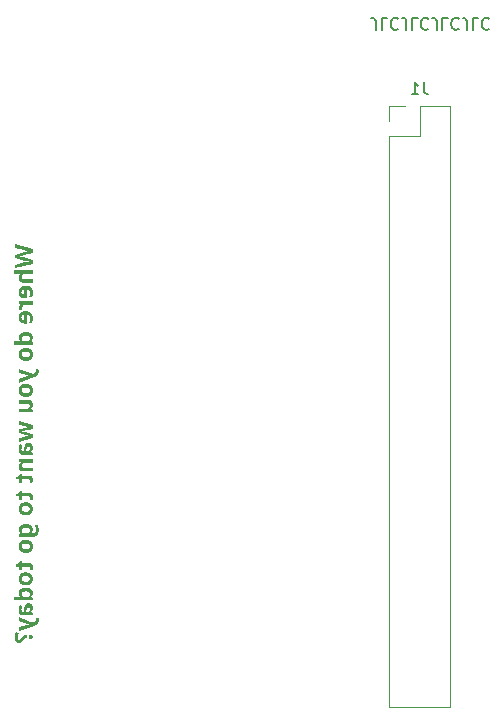
<source format=gbo>
%TF.GenerationSoftware,KiCad,Pcbnew,7.0.5-7.0.5~ubuntu22.04.1*%
%TF.CreationDate,2023-08-20T16:34:42-07:00*%
%TF.ProjectId,terminal_strip_adaptor,7465726d-696e-4616-9c5f-73747269705f,rev?*%
%TF.SameCoordinates,Original*%
%TF.FileFunction,Legend,Bot*%
%TF.FilePolarity,Positive*%
%FSLAX46Y46*%
G04 Gerber Fmt 4.6, Leading zero omitted, Abs format (unit mm)*
G04 Created by KiCad (PCBNEW 7.0.5-7.0.5~ubuntu22.04.1) date 2023-08-20 16:34:42*
%MOMM*%
%LPD*%
G01*
G04 APERTURE LIST*
%ADD10C,0.150000*%
%ADD11C,0.300000*%
%ADD12C,0.120000*%
%ADD13R,2.100000X2.100000*%
%ADD14C,2.100000*%
%ADD15C,1.600000*%
%ADD16R,1.700000X1.700000*%
%ADD17O,1.700000X1.700000*%
G04 APERTURE END LIST*
D10*
X190106493Y-49136180D02*
X190106493Y-48421895D01*
X190106493Y-48421895D02*
X190058874Y-48279038D01*
X190058874Y-48279038D02*
X189963636Y-48183800D01*
X189963636Y-48183800D02*
X189820779Y-48136180D01*
X189820779Y-48136180D02*
X189725541Y-48136180D01*
X191058874Y-48136180D02*
X190582684Y-48136180D01*
X190582684Y-48136180D02*
X190582684Y-49136180D01*
X191963636Y-48231419D02*
X191916017Y-48183800D01*
X191916017Y-48183800D02*
X191773160Y-48136180D01*
X191773160Y-48136180D02*
X191677922Y-48136180D01*
X191677922Y-48136180D02*
X191535065Y-48183800D01*
X191535065Y-48183800D02*
X191439827Y-48279038D01*
X191439827Y-48279038D02*
X191392208Y-48374276D01*
X191392208Y-48374276D02*
X191344589Y-48564752D01*
X191344589Y-48564752D02*
X191344589Y-48707609D01*
X191344589Y-48707609D02*
X191392208Y-48898085D01*
X191392208Y-48898085D02*
X191439827Y-48993323D01*
X191439827Y-48993323D02*
X191535065Y-49088561D01*
X191535065Y-49088561D02*
X191677922Y-49136180D01*
X191677922Y-49136180D02*
X191773160Y-49136180D01*
X191773160Y-49136180D02*
X191916017Y-49088561D01*
X191916017Y-49088561D02*
X191963636Y-49040942D01*
X192677922Y-49136180D02*
X192677922Y-48421895D01*
X192677922Y-48421895D02*
X192630303Y-48279038D01*
X192630303Y-48279038D02*
X192535065Y-48183800D01*
X192535065Y-48183800D02*
X192392208Y-48136180D01*
X192392208Y-48136180D02*
X192296970Y-48136180D01*
X193630303Y-48136180D02*
X193154113Y-48136180D01*
X193154113Y-48136180D02*
X193154113Y-49136180D01*
X194535065Y-48231419D02*
X194487446Y-48183800D01*
X194487446Y-48183800D02*
X194344589Y-48136180D01*
X194344589Y-48136180D02*
X194249351Y-48136180D01*
X194249351Y-48136180D02*
X194106494Y-48183800D01*
X194106494Y-48183800D02*
X194011256Y-48279038D01*
X194011256Y-48279038D02*
X193963637Y-48374276D01*
X193963637Y-48374276D02*
X193916018Y-48564752D01*
X193916018Y-48564752D02*
X193916018Y-48707609D01*
X193916018Y-48707609D02*
X193963637Y-48898085D01*
X193963637Y-48898085D02*
X194011256Y-48993323D01*
X194011256Y-48993323D02*
X194106494Y-49088561D01*
X194106494Y-49088561D02*
X194249351Y-49136180D01*
X194249351Y-49136180D02*
X194344589Y-49136180D01*
X194344589Y-49136180D02*
X194487446Y-49088561D01*
X194487446Y-49088561D02*
X194535065Y-49040942D01*
X195249351Y-49136180D02*
X195249351Y-48421895D01*
X195249351Y-48421895D02*
X195201732Y-48279038D01*
X195201732Y-48279038D02*
X195106494Y-48183800D01*
X195106494Y-48183800D02*
X194963637Y-48136180D01*
X194963637Y-48136180D02*
X194868399Y-48136180D01*
X196201732Y-48136180D02*
X195725542Y-48136180D01*
X195725542Y-48136180D02*
X195725542Y-49136180D01*
X197106494Y-48231419D02*
X197058875Y-48183800D01*
X197058875Y-48183800D02*
X196916018Y-48136180D01*
X196916018Y-48136180D02*
X196820780Y-48136180D01*
X196820780Y-48136180D02*
X196677923Y-48183800D01*
X196677923Y-48183800D02*
X196582685Y-48279038D01*
X196582685Y-48279038D02*
X196535066Y-48374276D01*
X196535066Y-48374276D02*
X196487447Y-48564752D01*
X196487447Y-48564752D02*
X196487447Y-48707609D01*
X196487447Y-48707609D02*
X196535066Y-48898085D01*
X196535066Y-48898085D02*
X196582685Y-48993323D01*
X196582685Y-48993323D02*
X196677923Y-49088561D01*
X196677923Y-49088561D02*
X196820780Y-49136180D01*
X196820780Y-49136180D02*
X196916018Y-49136180D01*
X196916018Y-49136180D02*
X197058875Y-49088561D01*
X197058875Y-49088561D02*
X197106494Y-49040942D01*
X197820780Y-49136180D02*
X197820780Y-48421895D01*
X197820780Y-48421895D02*
X197773161Y-48279038D01*
X197773161Y-48279038D02*
X197677923Y-48183800D01*
X197677923Y-48183800D02*
X197535066Y-48136180D01*
X197535066Y-48136180D02*
X197439828Y-48136180D01*
X198773161Y-48136180D02*
X198296971Y-48136180D01*
X198296971Y-48136180D02*
X198296971Y-49136180D01*
X199677923Y-48231419D02*
X199630304Y-48183800D01*
X199630304Y-48183800D02*
X199487447Y-48136180D01*
X199487447Y-48136180D02*
X199392209Y-48136180D01*
X199392209Y-48136180D02*
X199249352Y-48183800D01*
X199249352Y-48183800D02*
X199154114Y-48279038D01*
X199154114Y-48279038D02*
X199106495Y-48374276D01*
X199106495Y-48374276D02*
X199058876Y-48564752D01*
X199058876Y-48564752D02*
X199058876Y-48707609D01*
X199058876Y-48707609D02*
X199106495Y-48898085D01*
X199106495Y-48898085D02*
X199154114Y-48993323D01*
X199154114Y-48993323D02*
X199249352Y-49088561D01*
X199249352Y-49088561D02*
X199392209Y-49136180D01*
X199392209Y-49136180D02*
X199487447Y-49136180D01*
X199487447Y-49136180D02*
X199630304Y-49088561D01*
X199630304Y-49088561D02*
X199677923Y-49040942D01*
D11*
G36*
X159534371Y-69340757D02*
G01*
X161035000Y-68958639D01*
X161035000Y-68597404D01*
X160256842Y-68393705D01*
X160242239Y-68389941D01*
X160226193Y-68386157D01*
X160209787Y-68382508D01*
X160193966Y-68379129D01*
X160188332Y-68377951D01*
X160173824Y-68374921D01*
X160158922Y-68371783D01*
X160143627Y-68368538D01*
X160127939Y-68365186D01*
X160111857Y-68361726D01*
X160095381Y-68358159D01*
X160088681Y-68356702D01*
X160071976Y-68353225D01*
X160055522Y-68349890D01*
X160039318Y-68346699D01*
X160023365Y-68343650D01*
X160007662Y-68340745D01*
X159992209Y-68337983D01*
X159986099Y-68336919D01*
X159971399Y-68334393D01*
X159955153Y-68331645D01*
X159940427Y-68329206D01*
X159925168Y-68326752D01*
X159910261Y-68324462D01*
X159925168Y-68322905D01*
X159940427Y-68320791D01*
X159955153Y-68318421D01*
X159971399Y-68315536D01*
X159986099Y-68312739D01*
X160001433Y-68309735D01*
X160016982Y-68306678D01*
X160032746Y-68303567D01*
X160048724Y-68300402D01*
X160064917Y-68297184D01*
X160081325Y-68293912D01*
X160087948Y-68292588D01*
X160104291Y-68289374D01*
X160120348Y-68286141D01*
X160136119Y-68282891D01*
X160151604Y-68279623D01*
X160166802Y-68276336D01*
X160181714Y-68273032D01*
X160187599Y-68271706D01*
X160204287Y-68267988D01*
X160219455Y-68264527D01*
X160235231Y-68260816D01*
X160250727Y-68257003D01*
X160259040Y-68254853D01*
X161035000Y-68053353D01*
X161035000Y-67692117D01*
X159534371Y-67310000D01*
X159534371Y-67622875D01*
X160356493Y-67814117D01*
X160372232Y-67818063D01*
X160389222Y-67822117D01*
X160403717Y-67825437D01*
X160419012Y-67828826D01*
X160435109Y-67832283D01*
X160452008Y-67835810D01*
X160469708Y-67839404D01*
X160478859Y-67841228D01*
X160497274Y-67844857D01*
X160515701Y-67848418D01*
X160534139Y-67851910D01*
X160552589Y-67855333D01*
X160571051Y-67858687D01*
X160589523Y-67861973D01*
X160608008Y-67865190D01*
X160626503Y-67868339D01*
X160644553Y-67871441D01*
X160661880Y-67874338D01*
X160678487Y-67877028D01*
X160694372Y-67879513D01*
X160709536Y-67881791D01*
X160727477Y-67884349D01*
X160744291Y-67886585D01*
X160750701Y-67887390D01*
X160733731Y-67889488D01*
X160715796Y-67891890D01*
X160700752Y-67894031D01*
X160685090Y-67896367D01*
X160668810Y-67898897D01*
X160651911Y-67901622D01*
X160634394Y-67904541D01*
X160625404Y-67906074D01*
X160607246Y-67909291D01*
X160589226Y-67912531D01*
X160571343Y-67915794D01*
X160553597Y-67919080D01*
X160535988Y-67922389D01*
X160518517Y-67925720D01*
X160501184Y-67929075D01*
X160483988Y-67932452D01*
X160467341Y-67935876D01*
X160451656Y-67939184D01*
X160436933Y-67942379D01*
X160419881Y-67946210D01*
X160404332Y-67949863D01*
X160387657Y-67954011D01*
X160377742Y-67956632D01*
X159534371Y-68175352D01*
X159534371Y-68475404D01*
X160377742Y-68693757D01*
X160392266Y-68697845D01*
X160409186Y-68702138D01*
X160425116Y-68705873D01*
X160442710Y-68709751D01*
X160457983Y-68712957D01*
X160474320Y-68716254D01*
X160482889Y-68717937D01*
X160500360Y-68721395D01*
X160517968Y-68724807D01*
X160535714Y-68728173D01*
X160553597Y-68731493D01*
X160571617Y-68734767D01*
X160589775Y-68737996D01*
X160608071Y-68741179D01*
X160626503Y-68744316D01*
X160644553Y-68747338D01*
X160661880Y-68750177D01*
X160678487Y-68752834D01*
X160694372Y-68755307D01*
X160709536Y-68757596D01*
X160727477Y-68760201D01*
X160744291Y-68762519D01*
X160750701Y-68763367D01*
X160733731Y-68765465D01*
X160715796Y-68767867D01*
X160700752Y-68770008D01*
X160685090Y-68772344D01*
X160668810Y-68774874D01*
X160651911Y-68777599D01*
X160634394Y-68780518D01*
X160625404Y-68782051D01*
X160607166Y-68785303D01*
X160588905Y-68788646D01*
X160570621Y-68792080D01*
X160552315Y-68795607D01*
X160533985Y-68799224D01*
X160515632Y-68802934D01*
X160497257Y-68806735D01*
X160478859Y-68810628D01*
X160460758Y-68814480D01*
X160443459Y-68818161D01*
X160426961Y-68821670D01*
X160411264Y-68825007D01*
X160396369Y-68828173D01*
X160378878Y-68831888D01*
X160362638Y-68835336D01*
X160356493Y-68836639D01*
X159534371Y-69027882D01*
X159534371Y-69340757D01*
G37*
G36*
X159764082Y-69816297D02*
G01*
X159779689Y-69816252D01*
X159795187Y-69816117D01*
X159810575Y-69815892D01*
X159825854Y-69815576D01*
X159841024Y-69815170D01*
X159856084Y-69814675D01*
X159871034Y-69814089D01*
X159885875Y-69813412D01*
X159900607Y-69812646D01*
X159920078Y-69811484D01*
X159924916Y-69811168D01*
X159943520Y-69809898D01*
X159960682Y-69808650D01*
X159976401Y-69807425D01*
X159994022Y-69805926D01*
X160009388Y-69804462D01*
X160024853Y-69802753D01*
X160033360Y-69801643D01*
X160033360Y-69818496D01*
X160016964Y-69829008D01*
X160001439Y-69840074D01*
X159986782Y-69851694D01*
X159972995Y-69863868D01*
X159960078Y-69876595D01*
X159948030Y-69889877D01*
X159936851Y-69903712D01*
X159926542Y-69918101D01*
X159917102Y-69933044D01*
X159908531Y-69948541D01*
X159903300Y-69959180D01*
X159896033Y-69975490D01*
X159889480Y-69992135D01*
X159883642Y-70009115D01*
X159878519Y-70026430D01*
X159874111Y-70044080D01*
X159870418Y-70062065D01*
X159867439Y-70080385D01*
X159865175Y-70099039D01*
X159863627Y-70118029D01*
X159862793Y-70137353D01*
X159862634Y-70150422D01*
X159863026Y-70173485D01*
X159864202Y-70195965D01*
X159866163Y-70217861D01*
X159868908Y-70239173D01*
X159872437Y-70259902D01*
X159876750Y-70280046D01*
X159881848Y-70299606D01*
X159887730Y-70318583D01*
X159894396Y-70336976D01*
X159901846Y-70354784D01*
X159910081Y-70372009D01*
X159919100Y-70388650D01*
X159928903Y-70404707D01*
X159939490Y-70420180D01*
X159950862Y-70435070D01*
X159963018Y-70449375D01*
X159975994Y-70462995D01*
X159989917Y-70475736D01*
X160004787Y-70487598D01*
X160020606Y-70498582D01*
X160037371Y-70508687D01*
X160055084Y-70517914D01*
X160073744Y-70526261D01*
X160093352Y-70533730D01*
X160113907Y-70540321D01*
X160135409Y-70546032D01*
X160157859Y-70550865D01*
X160181256Y-70554819D01*
X160205601Y-70557895D01*
X160230893Y-70560091D01*
X160257132Y-70561409D01*
X160284319Y-70561849D01*
X161035000Y-70561849D01*
X161035000Y-70248974D01*
X160363820Y-70248974D01*
X160348538Y-70248793D01*
X160333741Y-70248252D01*
X160305603Y-70246089D01*
X160279405Y-70242482D01*
X160255147Y-70237433D01*
X160232831Y-70230942D01*
X160212454Y-70223008D01*
X160194019Y-70213631D01*
X160177524Y-70202812D01*
X160162970Y-70190550D01*
X160150356Y-70176846D01*
X160139683Y-70161699D01*
X160130950Y-70145109D01*
X160124158Y-70127077D01*
X160119306Y-70107603D01*
X160116395Y-70086686D01*
X160115425Y-70064326D01*
X160115807Y-70047037D01*
X160116954Y-70030432D01*
X160118864Y-70014511D01*
X160121539Y-69999274D01*
X160124978Y-69984721D01*
X160131569Y-69964174D01*
X160139880Y-69945166D01*
X160149910Y-69927698D01*
X160161660Y-69911768D01*
X160175129Y-69897378D01*
X160190318Y-69884527D01*
X160207226Y-69873215D01*
X160213244Y-69869787D01*
X160232336Y-69860228D01*
X160245897Y-69854377D01*
X160260125Y-69848945D01*
X160275020Y-69843930D01*
X160290582Y-69839333D01*
X160306811Y-69835155D01*
X160323706Y-69831394D01*
X160341269Y-69828050D01*
X160359499Y-69825125D01*
X160378395Y-69822618D01*
X160397958Y-69820529D01*
X160418188Y-69818857D01*
X160439085Y-69817603D01*
X160460649Y-69816768D01*
X160482880Y-69816350D01*
X160494246Y-69816297D01*
X161035000Y-69816297D01*
X161035000Y-69503422D01*
X159440582Y-69503422D01*
X159440582Y-69816297D01*
X159764082Y-69816297D01*
G37*
G36*
X160493525Y-70813469D02*
G01*
X160517556Y-70814354D01*
X160541060Y-70815828D01*
X160564038Y-70817892D01*
X160586489Y-70820545D01*
X160608414Y-70823788D01*
X160629812Y-70827620D01*
X160650683Y-70832042D01*
X160671028Y-70837054D01*
X160690846Y-70842656D01*
X160710137Y-70848847D01*
X160728902Y-70855627D01*
X160747140Y-70862997D01*
X160764852Y-70870957D01*
X160782036Y-70879507D01*
X160798695Y-70888646D01*
X160814785Y-70898346D01*
X160830356Y-70908487D01*
X160845410Y-70919068D01*
X160859946Y-70930091D01*
X160873964Y-70941554D01*
X160887463Y-70953458D01*
X160900445Y-70965803D01*
X160912909Y-70978588D01*
X160924854Y-70991814D01*
X160936282Y-71005482D01*
X160947191Y-71019589D01*
X160957582Y-71034138D01*
X160967455Y-71049128D01*
X160976811Y-71064558D01*
X160985648Y-71080429D01*
X160993967Y-71096741D01*
X161001775Y-71113429D01*
X161009079Y-71130429D01*
X161015880Y-71147741D01*
X161022177Y-71165365D01*
X161027970Y-71183301D01*
X161033259Y-71201549D01*
X161038045Y-71220109D01*
X161042327Y-71238982D01*
X161046105Y-71258166D01*
X161049379Y-71277662D01*
X161052150Y-71297470D01*
X161054417Y-71317590D01*
X161056180Y-71338022D01*
X161057439Y-71358765D01*
X161058195Y-71379821D01*
X161058447Y-71401189D01*
X161058427Y-71409417D01*
X161058273Y-71425646D01*
X161057964Y-71441572D01*
X161057500Y-71457194D01*
X161056882Y-71472512D01*
X161056109Y-71487527D01*
X161054660Y-71509481D01*
X161052863Y-71530753D01*
X161050719Y-71551341D01*
X161048227Y-71571247D01*
X161045386Y-71590471D01*
X161042199Y-71609012D01*
X161038663Y-71626870D01*
X161036104Y-71638510D01*
X161031944Y-71655832D01*
X161027397Y-71672986D01*
X161022464Y-71689972D01*
X161017145Y-71706791D01*
X161011439Y-71723443D01*
X161005347Y-71739927D01*
X160998868Y-71756244D01*
X160992003Y-71772394D01*
X160984752Y-71788376D01*
X160977114Y-71804190D01*
X160734947Y-71804190D01*
X160740534Y-71792169D01*
X160748571Y-71774223D01*
X160756196Y-71756379D01*
X160763409Y-71738639D01*
X160770210Y-71721002D01*
X160776598Y-71703468D01*
X160782575Y-71686038D01*
X160788139Y-71668710D01*
X160793291Y-71651485D01*
X160798031Y-71634363D01*
X160802358Y-71617344D01*
X160804976Y-71605996D01*
X160808585Y-71588661D01*
X160811815Y-71570953D01*
X160814665Y-71552872D01*
X160817134Y-71534417D01*
X160819224Y-71515589D01*
X160820934Y-71496387D01*
X160822264Y-71476811D01*
X160823214Y-71456862D01*
X160823784Y-71436540D01*
X160823974Y-71415844D01*
X160823680Y-71399536D01*
X160822800Y-71383678D01*
X160821333Y-71368269D01*
X160819280Y-71353310D01*
X160815099Y-71331714D01*
X160809598Y-71311128D01*
X160802777Y-71291554D01*
X160794636Y-71272990D01*
X160785174Y-71255438D01*
X160774393Y-71238897D01*
X160762291Y-71223367D01*
X160748869Y-71208848D01*
X160744120Y-71204268D01*
X160729217Y-71191348D01*
X160713328Y-71179659D01*
X160696455Y-71169199D01*
X160678595Y-71159970D01*
X160659751Y-71151970D01*
X160639921Y-71145201D01*
X160619106Y-71139661D01*
X160604682Y-71136651D01*
X160589820Y-71134188D01*
X160574520Y-71132272D01*
X160558782Y-71130903D01*
X160542606Y-71130080D01*
X160542606Y-71869403D01*
X160389466Y-71869403D01*
X160373779Y-71869268D01*
X160358319Y-71868862D01*
X160343085Y-71868186D01*
X160328077Y-71867239D01*
X160298739Y-71864534D01*
X160270306Y-71860747D01*
X160242777Y-71855879D01*
X160216152Y-71849928D01*
X160190433Y-71842896D01*
X160165617Y-71834781D01*
X160141706Y-71825585D01*
X160118700Y-71815307D01*
X160096597Y-71803947D01*
X160075400Y-71791505D01*
X160055107Y-71777981D01*
X160035718Y-71763375D01*
X160017234Y-71747687D01*
X159999654Y-71730917D01*
X159991224Y-71722165D01*
X159975167Y-71704082D01*
X159960180Y-71685225D01*
X159946264Y-71665596D01*
X159933419Y-71645194D01*
X159921644Y-71624020D01*
X159910939Y-71602072D01*
X159901305Y-71579352D01*
X159892741Y-71555859D01*
X159885248Y-71531593D01*
X159878825Y-71506554D01*
X159873472Y-71480743D01*
X159869190Y-71454158D01*
X159865979Y-71426801D01*
X159863838Y-71398671D01*
X159862768Y-71369769D01*
X159862654Y-71357226D01*
X160097107Y-71357226D01*
X160097366Y-71370873D01*
X160098726Y-71390485D01*
X160101251Y-71409066D01*
X160104943Y-71426617D01*
X160109799Y-71443138D01*
X160115822Y-71458628D01*
X160123010Y-71473088D01*
X160131364Y-71486518D01*
X160140883Y-71498917D01*
X160151568Y-71510286D01*
X160163419Y-71520624D01*
X160171847Y-71527021D01*
X160185009Y-71535876D01*
X160198796Y-71543842D01*
X160213208Y-71550920D01*
X160228244Y-71557109D01*
X160243905Y-71562409D01*
X160260191Y-71566820D01*
X160277101Y-71570343D01*
X160294636Y-71572977D01*
X160312796Y-71574722D01*
X160331580Y-71575579D01*
X160331580Y-71136674D01*
X160316805Y-71138150D01*
X160295566Y-71141087D01*
X160275435Y-71144895D01*
X160256411Y-71149571D01*
X160238495Y-71155117D01*
X160221687Y-71161532D01*
X160205986Y-71168817D01*
X160191393Y-71176971D01*
X160177907Y-71185995D01*
X160165530Y-71195888D01*
X160154260Y-71206650D01*
X160147339Y-71214279D01*
X160137795Y-71226168D01*
X160129255Y-71238592D01*
X160121721Y-71251551D01*
X160115190Y-71265043D01*
X160109665Y-71279071D01*
X160105144Y-71293633D01*
X160101628Y-71308729D01*
X160099116Y-71324360D01*
X160097609Y-71340526D01*
X160097107Y-71357226D01*
X159862654Y-71357226D01*
X159862634Y-71355027D01*
X159862899Y-71334943D01*
X159863693Y-71315174D01*
X159865017Y-71295719D01*
X159866870Y-71276580D01*
X159869253Y-71257755D01*
X159872165Y-71239245D01*
X159875607Y-71221050D01*
X159879578Y-71203169D01*
X159884079Y-71185604D01*
X159889109Y-71168353D01*
X159894669Y-71151418D01*
X159900759Y-71134797D01*
X159907378Y-71118491D01*
X159914526Y-71102499D01*
X159922204Y-71086823D01*
X159930411Y-71071461D01*
X159939098Y-71056465D01*
X159948306Y-71041883D01*
X159958035Y-71027717D01*
X159968284Y-71013965D01*
X159979055Y-71000629D01*
X159990346Y-70987707D01*
X160002159Y-70975201D01*
X160014492Y-70963109D01*
X160027346Y-70951433D01*
X160040721Y-70940171D01*
X160054617Y-70929325D01*
X160069034Y-70918894D01*
X160083972Y-70908877D01*
X160099431Y-70899276D01*
X160115411Y-70890090D01*
X160131912Y-70881318D01*
X160148942Y-70873067D01*
X160166510Y-70865347D01*
X160184617Y-70858160D01*
X160203261Y-70851506D01*
X160222444Y-70845383D01*
X160242164Y-70839793D01*
X160262423Y-70834736D01*
X160283220Y-70830211D01*
X160304555Y-70826218D01*
X160326428Y-70822757D01*
X160348839Y-70819829D01*
X160371789Y-70817434D01*
X160395276Y-70815570D01*
X160419301Y-70814239D01*
X160443865Y-70813441D01*
X160468967Y-70813175D01*
X160493525Y-70813469D01*
G37*
G36*
X159862634Y-72764064D02*
G01*
X159862634Y-72779313D01*
X159862634Y-72794444D01*
X159862634Y-72810908D01*
X159862634Y-72818653D01*
X159863115Y-72833628D01*
X159864805Y-72848614D01*
X159868111Y-72862953D01*
X159870327Y-72869211D01*
X160154260Y-72846130D01*
X160150944Y-72830643D01*
X160148634Y-72814735D01*
X160147299Y-72802899D01*
X160145705Y-72787610D01*
X160144546Y-72771983D01*
X160144014Y-72756445D01*
X160144002Y-72753806D01*
X160144256Y-72738886D01*
X160145019Y-72724075D01*
X160146291Y-72709373D01*
X160148072Y-72694781D01*
X160150361Y-72680299D01*
X160154205Y-72661159D01*
X160158953Y-72642214D01*
X160163108Y-72628133D01*
X160167772Y-72614162D01*
X160172944Y-72600300D01*
X160180644Y-72582416D01*
X160189454Y-72565403D01*
X160199374Y-72549260D01*
X160210405Y-72533988D01*
X160222547Y-72519585D01*
X160235799Y-72506052D01*
X160250161Y-72493390D01*
X160265635Y-72481598D01*
X160278071Y-72473544D01*
X160291339Y-72466283D01*
X160305437Y-72459814D01*
X160320366Y-72454137D01*
X160336126Y-72449253D01*
X160352716Y-72445160D01*
X160370137Y-72441860D01*
X160388389Y-72439351D01*
X160407472Y-72437635D01*
X160427386Y-72436711D01*
X160441123Y-72436535D01*
X161035000Y-72436535D01*
X161035000Y-72123660D01*
X159886081Y-72123660D01*
X159886081Y-72361064D01*
X160070729Y-72407226D01*
X160070729Y-72421880D01*
X160054870Y-72431688D01*
X160039443Y-72442153D01*
X160024448Y-72453275D01*
X160009884Y-72465054D01*
X159995751Y-72477490D01*
X159982050Y-72490582D01*
X159968780Y-72504331D01*
X159955942Y-72518738D01*
X159943536Y-72533801D01*
X159931560Y-72549521D01*
X159923817Y-72560366D01*
X159912883Y-72577159D01*
X159903024Y-72594429D01*
X159894241Y-72612176D01*
X159886533Y-72630399D01*
X159879901Y-72649098D01*
X159874345Y-72668274D01*
X159869863Y-72687927D01*
X159866458Y-72708056D01*
X159864128Y-72728662D01*
X159862873Y-72749745D01*
X159862634Y-72764064D01*
G37*
G36*
X160493525Y-72964760D02*
G01*
X160517556Y-72965645D01*
X160541060Y-72967119D01*
X160564038Y-72969183D01*
X160586489Y-72971836D01*
X160608414Y-72975079D01*
X160629812Y-72978911D01*
X160650683Y-72983333D01*
X160671028Y-72988345D01*
X160690846Y-72993947D01*
X160710137Y-73000138D01*
X160728902Y-73006918D01*
X160747140Y-73014288D01*
X160764852Y-73022248D01*
X160782036Y-73030798D01*
X160798695Y-73039937D01*
X160814785Y-73049637D01*
X160830356Y-73059778D01*
X160845410Y-73070359D01*
X160859946Y-73081382D01*
X160873964Y-73092845D01*
X160887463Y-73104749D01*
X160900445Y-73117094D01*
X160912909Y-73129879D01*
X160924854Y-73143105D01*
X160936282Y-73156773D01*
X160947191Y-73170880D01*
X160957582Y-73185429D01*
X160967455Y-73200419D01*
X160976811Y-73215849D01*
X160985648Y-73231720D01*
X160993967Y-73248032D01*
X161001775Y-73264720D01*
X161009079Y-73281720D01*
X161015880Y-73299032D01*
X161022177Y-73316656D01*
X161027970Y-73334592D01*
X161033259Y-73352840D01*
X161038045Y-73371400D01*
X161042327Y-73390273D01*
X161046105Y-73409457D01*
X161049379Y-73428953D01*
X161052150Y-73448761D01*
X161054417Y-73468881D01*
X161056180Y-73489313D01*
X161057439Y-73510056D01*
X161058195Y-73531112D01*
X161058447Y-73552480D01*
X161058427Y-73560708D01*
X161058273Y-73576937D01*
X161057964Y-73592863D01*
X161057500Y-73608485D01*
X161056882Y-73623803D01*
X161056109Y-73638818D01*
X161054660Y-73660772D01*
X161052863Y-73682044D01*
X161050719Y-73702632D01*
X161048227Y-73722538D01*
X161045386Y-73741762D01*
X161042199Y-73760303D01*
X161038663Y-73778161D01*
X161036104Y-73789801D01*
X161031944Y-73807123D01*
X161027397Y-73824277D01*
X161022464Y-73841263D01*
X161017145Y-73858082D01*
X161011439Y-73874734D01*
X161005347Y-73891218D01*
X160998868Y-73907535D01*
X160992003Y-73923685D01*
X160984752Y-73939667D01*
X160977114Y-73955481D01*
X160734947Y-73955481D01*
X160740534Y-73943460D01*
X160748571Y-73925514D01*
X160756196Y-73907670D01*
X160763409Y-73889930D01*
X160770210Y-73872293D01*
X160776598Y-73854759D01*
X160782575Y-73837329D01*
X160788139Y-73820001D01*
X160793291Y-73802776D01*
X160798031Y-73785654D01*
X160802358Y-73768635D01*
X160804976Y-73757287D01*
X160808585Y-73739952D01*
X160811815Y-73722244D01*
X160814665Y-73704163D01*
X160817134Y-73685708D01*
X160819224Y-73666880D01*
X160820934Y-73647678D01*
X160822264Y-73628102D01*
X160823214Y-73608153D01*
X160823784Y-73587831D01*
X160823974Y-73567135D01*
X160823680Y-73550827D01*
X160822800Y-73534969D01*
X160821333Y-73519560D01*
X160819280Y-73504601D01*
X160815099Y-73483005D01*
X160809598Y-73462419D01*
X160802777Y-73442845D01*
X160794636Y-73424281D01*
X160785174Y-73406729D01*
X160774393Y-73390188D01*
X160762291Y-73374658D01*
X160748869Y-73360139D01*
X160744120Y-73355559D01*
X160729217Y-73342639D01*
X160713328Y-73330950D01*
X160696455Y-73320490D01*
X160678595Y-73311261D01*
X160659751Y-73303261D01*
X160639921Y-73296492D01*
X160619106Y-73290952D01*
X160604682Y-73287942D01*
X160589820Y-73285479D01*
X160574520Y-73283563D01*
X160558782Y-73282194D01*
X160542606Y-73281371D01*
X160542606Y-74020694D01*
X160389466Y-74020694D01*
X160373779Y-74020559D01*
X160358319Y-74020153D01*
X160343085Y-74019477D01*
X160328077Y-74018530D01*
X160298739Y-74015825D01*
X160270306Y-74012038D01*
X160242777Y-74007170D01*
X160216152Y-74001219D01*
X160190433Y-73994187D01*
X160165617Y-73986072D01*
X160141706Y-73976876D01*
X160118700Y-73966598D01*
X160096597Y-73955238D01*
X160075400Y-73942796D01*
X160055107Y-73929272D01*
X160035718Y-73914666D01*
X160017234Y-73898978D01*
X159999654Y-73882208D01*
X159991224Y-73873456D01*
X159975167Y-73855373D01*
X159960180Y-73836516D01*
X159946264Y-73816887D01*
X159933419Y-73796485D01*
X159921644Y-73775311D01*
X159910939Y-73753363D01*
X159901305Y-73730643D01*
X159892741Y-73707150D01*
X159885248Y-73682884D01*
X159878825Y-73657845D01*
X159873472Y-73632034D01*
X159869190Y-73605449D01*
X159865979Y-73578092D01*
X159863838Y-73549962D01*
X159862768Y-73521060D01*
X159862654Y-73508517D01*
X160097107Y-73508517D01*
X160097366Y-73522164D01*
X160098726Y-73541776D01*
X160101251Y-73560357D01*
X160104943Y-73577908D01*
X160109799Y-73594429D01*
X160115822Y-73609919D01*
X160123010Y-73624379D01*
X160131364Y-73637809D01*
X160140883Y-73650208D01*
X160151568Y-73661577D01*
X160163419Y-73671915D01*
X160171847Y-73678312D01*
X160185009Y-73687167D01*
X160198796Y-73695133D01*
X160213208Y-73702211D01*
X160228244Y-73708400D01*
X160243905Y-73713700D01*
X160260191Y-73718111D01*
X160277101Y-73721634D01*
X160294636Y-73724268D01*
X160312796Y-73726013D01*
X160331580Y-73726870D01*
X160331580Y-73287965D01*
X160316805Y-73289441D01*
X160295566Y-73292378D01*
X160275435Y-73296186D01*
X160256411Y-73300862D01*
X160238495Y-73306408D01*
X160221687Y-73312823D01*
X160205986Y-73320108D01*
X160191393Y-73328262D01*
X160177907Y-73337286D01*
X160165530Y-73347179D01*
X160154260Y-73357941D01*
X160147339Y-73365570D01*
X160137795Y-73377459D01*
X160129255Y-73389883D01*
X160121721Y-73402842D01*
X160115190Y-73416334D01*
X160109665Y-73430362D01*
X160105144Y-73444924D01*
X160101628Y-73460020D01*
X160099116Y-73475651D01*
X160097609Y-73491817D01*
X160097107Y-73508517D01*
X159862654Y-73508517D01*
X159862634Y-73506318D01*
X159862899Y-73486234D01*
X159863693Y-73466465D01*
X159865017Y-73447010D01*
X159866870Y-73427871D01*
X159869253Y-73409046D01*
X159872165Y-73390536D01*
X159875607Y-73372341D01*
X159879578Y-73354460D01*
X159884079Y-73336895D01*
X159889109Y-73319644D01*
X159894669Y-73302709D01*
X159900759Y-73286088D01*
X159907378Y-73269782D01*
X159914526Y-73253790D01*
X159922204Y-73238114D01*
X159930411Y-73222752D01*
X159939098Y-73207756D01*
X159948306Y-73193174D01*
X159958035Y-73179008D01*
X159968284Y-73165256D01*
X159979055Y-73151920D01*
X159990346Y-73138998D01*
X160002159Y-73126492D01*
X160014492Y-73114400D01*
X160027346Y-73102724D01*
X160040721Y-73091462D01*
X160054617Y-73080616D01*
X160069034Y-73070185D01*
X160083972Y-73060168D01*
X160099431Y-73050567D01*
X160115411Y-73041381D01*
X160131912Y-73032609D01*
X160148942Y-73024358D01*
X160166510Y-73016638D01*
X160184617Y-73009451D01*
X160203261Y-73002797D01*
X160222444Y-72996674D01*
X160242164Y-72991084D01*
X160262423Y-72986027D01*
X160283220Y-72981502D01*
X160304555Y-72977509D01*
X160326428Y-72974048D01*
X160348839Y-72971120D01*
X160371789Y-72968725D01*
X160395276Y-72966861D01*
X160419301Y-72965530D01*
X160443865Y-72964732D01*
X160468967Y-72964466D01*
X160493525Y-72964760D01*
G37*
G36*
X160480941Y-74750976D02*
G01*
X160498865Y-74751329D01*
X160516512Y-74751917D01*
X160533882Y-74752741D01*
X160550974Y-74753801D01*
X160567788Y-74755095D01*
X160584324Y-74756626D01*
X160600583Y-74758391D01*
X160616564Y-74760392D01*
X160632268Y-74762629D01*
X160647694Y-74765101D01*
X160662842Y-74767808D01*
X160677713Y-74770751D01*
X160692306Y-74773929D01*
X160720659Y-74780991D01*
X160747902Y-74788996D01*
X160774034Y-74797941D01*
X160799055Y-74807829D01*
X160822966Y-74818658D01*
X160845767Y-74830429D01*
X160867457Y-74843142D01*
X160888036Y-74856796D01*
X160907505Y-74871392D01*
X160925783Y-74886779D01*
X160942882Y-74902716D01*
X160958801Y-74919202D01*
X160973542Y-74936238D01*
X160987103Y-74953824D01*
X160999485Y-74971959D01*
X161010688Y-74990643D01*
X161020711Y-75009877D01*
X161029556Y-75029661D01*
X161037221Y-75049994D01*
X161043706Y-75070877D01*
X161049013Y-75092309D01*
X161053140Y-75114291D01*
X161056088Y-75136823D01*
X161057857Y-75159904D01*
X161058447Y-75183534D01*
X161058399Y-75191228D01*
X161058012Y-75206347D01*
X161057239Y-75221104D01*
X161055356Y-75242564D01*
X161052603Y-75263213D01*
X161048980Y-75283051D01*
X161044488Y-75302076D01*
X161039127Y-75320291D01*
X161032896Y-75337694D01*
X161025796Y-75354286D01*
X161017827Y-75370066D01*
X161008988Y-75385034D01*
X161002718Y-75394620D01*
X160992986Y-75408537D01*
X160982861Y-75421900D01*
X160972344Y-75434709D01*
X160961433Y-75446964D01*
X160950130Y-75458666D01*
X160938434Y-75469813D01*
X160926345Y-75480407D01*
X160913863Y-75490447D01*
X160900989Y-75499933D01*
X160887721Y-75508866D01*
X160887721Y-75521688D01*
X161035000Y-75582505D01*
X161035000Y-75821741D01*
X159440582Y-75821741D01*
X159440582Y-75508866D01*
X159804016Y-75508866D01*
X159820548Y-75508997D01*
X159836988Y-75509392D01*
X159853337Y-75510050D01*
X159869595Y-75510972D01*
X159885761Y-75512157D01*
X159901835Y-75513605D01*
X159917817Y-75515317D01*
X159933709Y-75517292D01*
X159949084Y-75519364D01*
X159966984Y-75521858D01*
X159983417Y-75524244D01*
X159998383Y-75526523D01*
X160014405Y-75529116D01*
X160030429Y-75531946D01*
X160030429Y-75521688D01*
X160021590Y-75515742D01*
X160008676Y-75506334D01*
X159996174Y-75496340D01*
X159984084Y-75485761D01*
X159972406Y-75474595D01*
X159961140Y-75462843D01*
X159950286Y-75450505D01*
X159939845Y-75437581D01*
X159929816Y-75424071D01*
X159920199Y-75409975D01*
X159910994Y-75395293D01*
X159908019Y-75390280D01*
X159899660Y-75374725D01*
X159892150Y-75358390D01*
X159885492Y-75341275D01*
X159879683Y-75323382D01*
X159874724Y-75304709D01*
X159871261Y-75288314D01*
X160115425Y-75288314D01*
X160115773Y-75305329D01*
X160116816Y-75321659D01*
X160118555Y-75337305D01*
X160120989Y-75352268D01*
X160125945Y-75373428D01*
X160132465Y-75393050D01*
X160140551Y-75411132D01*
X160150201Y-75427676D01*
X160161416Y-75442680D01*
X160174197Y-75456145D01*
X160188542Y-75468071D01*
X160204452Y-75478457D01*
X160215850Y-75484713D01*
X160234135Y-75493339D01*
X160253842Y-75501057D01*
X160267771Y-75505698D01*
X160282333Y-75509936D01*
X160297527Y-75513770D01*
X160313353Y-75517200D01*
X160329813Y-75520227D01*
X160346904Y-75522850D01*
X160364629Y-75525070D01*
X160382986Y-75526886D01*
X160401975Y-75528299D01*
X160421597Y-75529307D01*
X160441851Y-75529913D01*
X160462739Y-75530115D01*
X160496444Y-75530115D01*
X160506031Y-75529928D01*
X160524753Y-75529258D01*
X160542871Y-75528193D01*
X160560385Y-75526734D01*
X160577295Y-75524879D01*
X160593601Y-75522629D01*
X160609303Y-75519985D01*
X160624401Y-75516945D01*
X160638896Y-75513510D01*
X160659505Y-75507618D01*
X160678755Y-75500836D01*
X160696646Y-75493166D01*
X160713179Y-75484607D01*
X160728353Y-75475160D01*
X160737713Y-75468308D01*
X160750622Y-75456892D01*
X160762173Y-75444111D01*
X160772364Y-75429964D01*
X160781196Y-75414452D01*
X160788670Y-75397575D01*
X160794785Y-75379333D01*
X160799541Y-75359725D01*
X160802938Y-75338752D01*
X160804448Y-75324012D01*
X160805354Y-75308665D01*
X160805655Y-75292711D01*
X160805321Y-75279481D01*
X160803562Y-75260346D01*
X160800297Y-75242061D01*
X160795525Y-75224626D01*
X160789246Y-75208040D01*
X160781460Y-75192305D01*
X160772167Y-75177420D01*
X160761368Y-75163385D01*
X160749061Y-75150201D01*
X160735247Y-75137866D01*
X160719926Y-75126381D01*
X160714487Y-75122775D01*
X160697189Y-75112643D01*
X160678423Y-75103541D01*
X160658188Y-75095469D01*
X160643883Y-75090661D01*
X160628925Y-75086310D01*
X160613314Y-75082418D01*
X160597051Y-75078983D01*
X160580135Y-75076006D01*
X160562567Y-75073487D01*
X160544346Y-75071427D01*
X160525473Y-75069824D01*
X160505947Y-75068679D01*
X160485768Y-75067992D01*
X160464937Y-75067763D01*
X160454413Y-75067820D01*
X160433834Y-75068278D01*
X160413878Y-75069194D01*
X160394547Y-75070568D01*
X160375839Y-75072400D01*
X160357756Y-75074690D01*
X160340296Y-75077437D01*
X160323461Y-75080643D01*
X160307249Y-75084307D01*
X160291661Y-75088428D01*
X160276698Y-75093008D01*
X160262358Y-75098045D01*
X160242018Y-75106460D01*
X160223083Y-75115905D01*
X160205551Y-75126381D01*
X160194637Y-75133926D01*
X160179587Y-75145887D01*
X160166121Y-75158621D01*
X160154239Y-75172128D01*
X160143941Y-75186408D01*
X160135228Y-75201460D01*
X160128099Y-75217285D01*
X160122554Y-75233883D01*
X160118594Y-75251254D01*
X160116217Y-75269398D01*
X160115425Y-75288314D01*
X159871261Y-75288314D01*
X159870615Y-75285257D01*
X159867356Y-75265026D01*
X159864948Y-75244015D01*
X159863389Y-75222226D01*
X159862823Y-75207266D01*
X159862634Y-75191960D01*
X159863228Y-75167571D01*
X159865009Y-75143772D01*
X159867979Y-75120562D01*
X159872136Y-75097942D01*
X159877482Y-75075912D01*
X159884015Y-75054471D01*
X159891735Y-75033620D01*
X159900644Y-75013358D01*
X159910741Y-74993686D01*
X159922025Y-74974603D01*
X159934497Y-74956111D01*
X159948157Y-74938207D01*
X159963005Y-74920894D01*
X159979040Y-74904170D01*
X159996264Y-74888035D01*
X160014675Y-74872491D01*
X160024318Y-74865008D01*
X160044448Y-74850754D01*
X160065703Y-74837450D01*
X160088083Y-74825097D01*
X160111587Y-74813694D01*
X160136217Y-74803241D01*
X160161971Y-74793738D01*
X160188850Y-74785186D01*
X160216854Y-74777584D01*
X160231278Y-74774139D01*
X160245983Y-74770932D01*
X160260969Y-74767962D01*
X160276237Y-74765230D01*
X160291785Y-74762736D01*
X160307615Y-74760479D01*
X160323726Y-74758460D01*
X160340118Y-74756678D01*
X160356792Y-74755134D01*
X160373747Y-74753827D01*
X160390983Y-74752758D01*
X160408500Y-74751927D01*
X160426298Y-74751333D01*
X160444378Y-74750977D01*
X160462739Y-74750858D01*
X160480941Y-74750976D01*
G37*
G36*
X160482157Y-76080306D02*
G01*
X160505517Y-76081144D01*
X160528422Y-76082539D01*
X160550872Y-76084492D01*
X160572867Y-76087004D01*
X160594406Y-76090074D01*
X160615491Y-76093702D01*
X160636120Y-76097888D01*
X160656295Y-76102632D01*
X160676014Y-76107934D01*
X160695278Y-76113794D01*
X160714087Y-76120213D01*
X160732441Y-76127190D01*
X160750340Y-76134724D01*
X160767784Y-76142817D01*
X160784773Y-76151468D01*
X160801283Y-76160608D01*
X160817293Y-76170164D01*
X160832802Y-76180139D01*
X160847810Y-76190532D01*
X160862317Y-76201343D01*
X160876324Y-76212571D01*
X160889829Y-76224218D01*
X160902834Y-76236282D01*
X160915337Y-76248764D01*
X160927340Y-76261664D01*
X160938842Y-76274982D01*
X160949843Y-76288718D01*
X160960343Y-76302871D01*
X160970342Y-76317443D01*
X160979840Y-76332432D01*
X160988838Y-76347840D01*
X160997267Y-76363590D01*
X161005152Y-76379610D01*
X161012494Y-76395899D01*
X161019292Y-76412457D01*
X161025546Y-76429284D01*
X161031256Y-76446380D01*
X161036422Y-76463745D01*
X161041045Y-76481379D01*
X161045123Y-76499283D01*
X161048658Y-76517455D01*
X161051649Y-76535896D01*
X161054096Y-76554607D01*
X161056000Y-76573586D01*
X161057359Y-76592834D01*
X161058175Y-76612352D01*
X161058447Y-76632138D01*
X161058294Y-76648176D01*
X161057837Y-76664002D01*
X161057075Y-76679617D01*
X161056008Y-76695021D01*
X161054636Y-76710214D01*
X161052960Y-76725196D01*
X161050979Y-76739967D01*
X161048692Y-76754527D01*
X161043205Y-76783013D01*
X161036499Y-76810655D01*
X161028574Y-76837453D01*
X161019429Y-76863406D01*
X161009065Y-76888515D01*
X160997482Y-76912779D01*
X160984679Y-76936199D01*
X160970657Y-76958775D01*
X160955415Y-76980506D01*
X160938955Y-77001393D01*
X160921275Y-77021436D01*
X160902376Y-77040635D01*
X160882309Y-77058824D01*
X160861217Y-77075840D01*
X160839101Y-77091682D01*
X160815959Y-77106351D01*
X160791794Y-77119846D01*
X160766603Y-77132168D01*
X160740388Y-77143317D01*
X160713148Y-77153292D01*
X160699144Y-77157839D01*
X160684884Y-77162093D01*
X160670368Y-77166053D01*
X160655595Y-77169721D01*
X160640566Y-77173095D01*
X160625281Y-77176175D01*
X160609740Y-77178962D01*
X160593943Y-77181456D01*
X160577889Y-77183656D01*
X160561580Y-77185563D01*
X160545014Y-77187177D01*
X160528192Y-77188497D01*
X160511114Y-77189524D01*
X160493779Y-77190257D01*
X160476189Y-77190697D01*
X160458342Y-77190844D01*
X160434536Y-77190565D01*
X160411201Y-77189728D01*
X160388339Y-77188332D01*
X160365950Y-77186379D01*
X160344032Y-77183867D01*
X160322587Y-77180797D01*
X160301614Y-77177170D01*
X160281113Y-77172984D01*
X160261085Y-77168239D01*
X160241529Y-77162937D01*
X160222445Y-77157077D01*
X160203833Y-77150658D01*
X160185694Y-77143682D01*
X160168027Y-77136147D01*
X160150832Y-77128054D01*
X160134110Y-77119403D01*
X160117867Y-77110268D01*
X160102110Y-77100724D01*
X160086840Y-77090771D01*
X160072057Y-77080408D01*
X160057760Y-77069636D01*
X160043950Y-77058455D01*
X160030626Y-77046864D01*
X160017789Y-77034864D01*
X160005439Y-77022455D01*
X159993575Y-77009637D01*
X159982197Y-76996409D01*
X159971307Y-76982772D01*
X159960902Y-76968726D01*
X159950985Y-76954270D01*
X159941554Y-76939405D01*
X159932609Y-76924131D01*
X159924136Y-76908504D01*
X159916209Y-76892583D01*
X159908829Y-76876367D01*
X159901995Y-76859857D01*
X159895708Y-76843051D01*
X159889968Y-76825951D01*
X159884775Y-76808556D01*
X159880128Y-76790866D01*
X159876028Y-76772881D01*
X159872474Y-76754601D01*
X159869467Y-76736027D01*
X159867007Y-76717158D01*
X159865094Y-76697994D01*
X159863727Y-76678535D01*
X159862907Y-76658781D01*
X159862634Y-76638733D01*
X159862675Y-76634337D01*
X160115425Y-76634337D01*
X160115509Y-76642145D01*
X160116179Y-76657349D01*
X160117518Y-76672003D01*
X160120783Y-76692955D01*
X160125555Y-76712670D01*
X160131834Y-76731148D01*
X160139620Y-76748390D01*
X160148913Y-76764396D01*
X160159713Y-76779165D01*
X160172020Y-76792698D01*
X160185834Y-76804994D01*
X160201154Y-76816053D01*
X160206596Y-76819479D01*
X160223926Y-76829105D01*
X160242763Y-76837752D01*
X160263107Y-76845420D01*
X160277507Y-76849988D01*
X160292577Y-76854121D01*
X160308316Y-76857819D01*
X160324725Y-76861082D01*
X160341804Y-76863910D01*
X160359553Y-76866302D01*
X160377971Y-76868260D01*
X160397059Y-76869783D01*
X160416817Y-76870870D01*
X160437245Y-76871523D01*
X160458342Y-76871741D01*
X160468977Y-76871686D01*
X160489756Y-76871251D01*
X160509884Y-76870381D01*
X160529358Y-76869076D01*
X160548180Y-76867336D01*
X160566349Y-76865160D01*
X160583866Y-76862550D01*
X160600730Y-76859505D01*
X160616942Y-76856024D01*
X160632501Y-76852109D01*
X160647408Y-76847758D01*
X160661661Y-76842972D01*
X160681819Y-76834978D01*
X160700507Y-76826005D01*
X160717728Y-76816053D01*
X160723138Y-76812506D01*
X160738336Y-76801067D01*
X160751989Y-76788429D01*
X160764096Y-76774594D01*
X160774658Y-76759561D01*
X160783674Y-76743330D01*
X160791144Y-76725901D01*
X160797069Y-76707275D01*
X160801448Y-76687450D01*
X160804282Y-76666428D01*
X160805312Y-76651747D01*
X160805655Y-76636535D01*
X160805570Y-76628727D01*
X160804883Y-76613522D01*
X160803509Y-76598868D01*
X160800160Y-76577916D01*
X160795266Y-76558201D01*
X160788826Y-76539723D01*
X160780840Y-76522481D01*
X160771309Y-76506475D01*
X160760232Y-76491706D01*
X160747610Y-76478174D01*
X160733442Y-76465878D01*
X160717728Y-76454818D01*
X160706411Y-76448075D01*
X160688211Y-76438775D01*
X160668544Y-76430455D01*
X160654616Y-76425452D01*
X160640036Y-76420884D01*
X160624803Y-76416751D01*
X160608918Y-76413053D01*
X160592380Y-76409790D01*
X160575189Y-76406962D01*
X160557346Y-76404569D01*
X160538851Y-76402611D01*
X160519702Y-76401088D01*
X160499902Y-76400001D01*
X160479448Y-76399348D01*
X160458342Y-76399131D01*
X160447710Y-76399185D01*
X160426947Y-76399620D01*
X160406854Y-76400490D01*
X160387431Y-76401795D01*
X160368678Y-76403536D01*
X160350595Y-76405711D01*
X160333181Y-76408321D01*
X160316437Y-76411367D01*
X160300363Y-76414847D01*
X160284958Y-76418763D01*
X160270223Y-76423113D01*
X160256158Y-76427899D01*
X160236317Y-76435893D01*
X160217982Y-76444866D01*
X160201154Y-76454818D01*
X160195880Y-76458365D01*
X160181062Y-76469805D01*
X160167750Y-76482442D01*
X160155946Y-76496277D01*
X160145648Y-76511310D01*
X160136857Y-76527541D01*
X160129574Y-76544970D01*
X160123797Y-76563597D01*
X160119527Y-76583421D01*
X160116765Y-76604444D01*
X160115760Y-76619124D01*
X160115425Y-76634337D01*
X159862675Y-76634337D01*
X159862784Y-76622561D01*
X159863236Y-76606607D01*
X159863989Y-76590871D01*
X159865044Y-76575352D01*
X159866399Y-76560050D01*
X159868056Y-76544967D01*
X159870014Y-76530100D01*
X159872274Y-76515451D01*
X159877696Y-76486806D01*
X159884324Y-76459031D01*
X159892156Y-76432126D01*
X159901194Y-76406092D01*
X159911436Y-76380927D01*
X159922884Y-76356632D01*
X159935536Y-76333208D01*
X159949393Y-76310654D01*
X159964456Y-76288970D01*
X159980723Y-76268155D01*
X159998196Y-76248212D01*
X160016873Y-76229138D01*
X160026643Y-76219964D01*
X160046962Y-76202490D01*
X160068320Y-76186181D01*
X160090717Y-76171037D01*
X160114153Y-76157058D01*
X160138627Y-76144244D01*
X160164141Y-76132595D01*
X160190694Y-76122110D01*
X160218286Y-76112791D01*
X160232471Y-76108568D01*
X160246917Y-76104636D01*
X160261622Y-76100996D01*
X160276586Y-76097647D01*
X160291811Y-76094589D01*
X160307295Y-76091822D01*
X160323039Y-76089347D01*
X160339043Y-76087163D01*
X160355306Y-76085270D01*
X160371830Y-76083668D01*
X160388613Y-76082357D01*
X160405655Y-76081338D01*
X160422958Y-76080610D01*
X160440520Y-76080173D01*
X160458342Y-76080027D01*
X160482157Y-76080306D01*
G37*
G36*
X159886081Y-77830516D02*
G01*
X159886081Y-78172700D01*
X160540041Y-78389221D01*
X160554776Y-78394273D01*
X160569673Y-78398896D01*
X160584730Y-78403089D01*
X160599948Y-78406853D01*
X160615327Y-78410187D01*
X160630867Y-78413092D01*
X160637128Y-78414134D01*
X160652833Y-78416669D01*
X160668806Y-78419007D01*
X160685047Y-78421148D01*
X160701556Y-78423093D01*
X160718334Y-78424841D01*
X160735381Y-78426392D01*
X160742274Y-78426957D01*
X160742274Y-78433185D01*
X160725121Y-78435257D01*
X160708235Y-78437579D01*
X160691619Y-78440151D01*
X160675270Y-78442974D01*
X160659190Y-78446047D01*
X160643378Y-78449371D01*
X160637128Y-78450771D01*
X160621523Y-78454506D01*
X160606080Y-78458384D01*
X160590797Y-78462406D01*
X160575676Y-78466570D01*
X160560716Y-78470878D01*
X160545916Y-78475328D01*
X160540041Y-78477149D01*
X159886081Y-78689274D01*
X159886081Y-79025596D01*
X161190704Y-78540163D01*
X161212882Y-78531823D01*
X161234353Y-78523013D01*
X161255117Y-78513734D01*
X161275174Y-78503985D01*
X161294524Y-78493767D01*
X161313167Y-78483079D01*
X161331103Y-78471922D01*
X161348333Y-78460296D01*
X161364855Y-78448200D01*
X161380670Y-78435635D01*
X161395778Y-78422601D01*
X161410179Y-78409097D01*
X161423874Y-78395123D01*
X161436861Y-78380681D01*
X161449141Y-78365768D01*
X161460715Y-78350387D01*
X161471628Y-78334619D01*
X161481838Y-78318547D01*
X161491343Y-78302173D01*
X161500145Y-78285495D01*
X161508242Y-78268513D01*
X161515635Y-78251228D01*
X161522324Y-78233640D01*
X161528309Y-78215748D01*
X161533590Y-78197553D01*
X161538166Y-78179054D01*
X161542039Y-78160252D01*
X161545208Y-78141147D01*
X161547672Y-78121738D01*
X161549432Y-78102026D01*
X161550488Y-78082011D01*
X161550840Y-78061692D01*
X161550715Y-78045545D01*
X161550340Y-78030079D01*
X161549713Y-78015292D01*
X161548631Y-77998445D01*
X161547189Y-77982576D01*
X161545711Y-77970101D01*
X161543432Y-77953566D01*
X161541083Y-77937944D01*
X161538664Y-77923233D01*
X161535813Y-77907536D01*
X161534720Y-77901957D01*
X161285593Y-77901957D01*
X161288111Y-77917313D01*
X161290378Y-77932724D01*
X161292393Y-77947687D01*
X161293653Y-77957644D01*
X161295576Y-77974131D01*
X161296808Y-77988857D01*
X161297620Y-78003863D01*
X161298010Y-78019151D01*
X161298049Y-78025788D01*
X161297521Y-78043909D01*
X161295937Y-78061315D01*
X161293296Y-78078007D01*
X161289600Y-78093983D01*
X161284847Y-78109245D01*
X161279038Y-78123792D01*
X161272173Y-78137624D01*
X161264252Y-78150741D01*
X161255275Y-78163144D01*
X161245241Y-78174831D01*
X161237965Y-78182226D01*
X161226553Y-78192809D01*
X161214708Y-78202851D01*
X161202433Y-78212352D01*
X161189725Y-78221312D01*
X161176587Y-78229731D01*
X161163017Y-78237610D01*
X161149015Y-78244947D01*
X161134582Y-78251743D01*
X161119717Y-78257999D01*
X161104421Y-78263713D01*
X161093984Y-78267222D01*
X161037198Y-78286273D01*
X159886081Y-77830516D01*
G37*
G36*
X160482157Y-79119664D02*
G01*
X160505517Y-79120502D01*
X160528422Y-79121897D01*
X160550872Y-79123850D01*
X160572867Y-79126362D01*
X160594406Y-79129432D01*
X160615491Y-79133060D01*
X160636120Y-79137246D01*
X160656295Y-79141990D01*
X160676014Y-79147292D01*
X160695278Y-79153152D01*
X160714087Y-79159571D01*
X160732441Y-79166548D01*
X160750340Y-79174082D01*
X160767784Y-79182175D01*
X160784773Y-79190826D01*
X160801283Y-79199966D01*
X160817293Y-79209522D01*
X160832802Y-79219497D01*
X160847810Y-79229890D01*
X160862317Y-79240701D01*
X160876324Y-79251929D01*
X160889829Y-79263576D01*
X160902834Y-79275640D01*
X160915337Y-79288122D01*
X160927340Y-79301022D01*
X160938842Y-79314340D01*
X160949843Y-79328076D01*
X160960343Y-79342229D01*
X160970342Y-79356801D01*
X160979840Y-79371790D01*
X160988838Y-79387198D01*
X160997267Y-79402948D01*
X161005152Y-79418968D01*
X161012494Y-79435257D01*
X161019292Y-79451815D01*
X161025546Y-79468642D01*
X161031256Y-79485738D01*
X161036422Y-79503103D01*
X161041045Y-79520737D01*
X161045123Y-79538641D01*
X161048658Y-79556813D01*
X161051649Y-79575254D01*
X161054096Y-79593965D01*
X161056000Y-79612944D01*
X161057359Y-79632192D01*
X161058175Y-79651710D01*
X161058447Y-79671496D01*
X161058294Y-79687534D01*
X161057837Y-79703360D01*
X161057075Y-79718975D01*
X161056008Y-79734379D01*
X161054636Y-79749572D01*
X161052960Y-79764554D01*
X161050979Y-79779325D01*
X161048692Y-79793885D01*
X161043205Y-79822371D01*
X161036499Y-79850013D01*
X161028574Y-79876811D01*
X161019429Y-79902764D01*
X161009065Y-79927873D01*
X160997482Y-79952137D01*
X160984679Y-79975557D01*
X160970657Y-79998133D01*
X160955415Y-80019864D01*
X160938955Y-80040751D01*
X160921275Y-80060794D01*
X160902376Y-80079993D01*
X160882309Y-80098182D01*
X160861217Y-80115198D01*
X160839101Y-80131040D01*
X160815959Y-80145709D01*
X160791794Y-80159204D01*
X160766603Y-80171526D01*
X160740388Y-80182675D01*
X160713148Y-80192650D01*
X160699144Y-80197197D01*
X160684884Y-80201451D01*
X160670368Y-80205411D01*
X160655595Y-80209079D01*
X160640566Y-80212453D01*
X160625281Y-80215533D01*
X160609740Y-80218320D01*
X160593943Y-80220814D01*
X160577889Y-80223014D01*
X160561580Y-80224921D01*
X160545014Y-80226535D01*
X160528192Y-80227855D01*
X160511114Y-80228882D01*
X160493779Y-80229615D01*
X160476189Y-80230055D01*
X160458342Y-80230202D01*
X160434536Y-80229923D01*
X160411201Y-80229086D01*
X160388339Y-80227690D01*
X160365950Y-80225737D01*
X160344032Y-80223225D01*
X160322587Y-80220155D01*
X160301614Y-80216528D01*
X160281113Y-80212342D01*
X160261085Y-80207597D01*
X160241529Y-80202295D01*
X160222445Y-80196435D01*
X160203833Y-80190016D01*
X160185694Y-80183040D01*
X160168027Y-80175505D01*
X160150832Y-80167412D01*
X160134110Y-80158761D01*
X160117867Y-80149626D01*
X160102110Y-80140082D01*
X160086840Y-80130129D01*
X160072057Y-80119766D01*
X160057760Y-80108994D01*
X160043950Y-80097813D01*
X160030626Y-80086222D01*
X160017789Y-80074222D01*
X160005439Y-80061813D01*
X159993575Y-80048995D01*
X159982197Y-80035767D01*
X159971307Y-80022130D01*
X159960902Y-80008084D01*
X159950985Y-79993628D01*
X159941554Y-79978763D01*
X159932609Y-79963489D01*
X159924136Y-79947862D01*
X159916209Y-79931941D01*
X159908829Y-79915725D01*
X159901995Y-79899215D01*
X159895708Y-79882409D01*
X159889968Y-79865309D01*
X159884775Y-79847914D01*
X159880128Y-79830224D01*
X159876028Y-79812239D01*
X159872474Y-79793959D01*
X159869467Y-79775385D01*
X159867007Y-79756516D01*
X159865094Y-79737352D01*
X159863727Y-79717893D01*
X159862907Y-79698139D01*
X159862634Y-79678091D01*
X159862675Y-79673695D01*
X160115425Y-79673695D01*
X160115509Y-79681503D01*
X160116179Y-79696707D01*
X160117518Y-79711361D01*
X160120783Y-79732313D01*
X160125555Y-79752028D01*
X160131834Y-79770506D01*
X160139620Y-79787748D01*
X160148913Y-79803754D01*
X160159713Y-79818523D01*
X160172020Y-79832056D01*
X160185834Y-79844352D01*
X160201154Y-79855411D01*
X160206596Y-79858837D01*
X160223926Y-79868463D01*
X160242763Y-79877110D01*
X160263107Y-79884778D01*
X160277507Y-79889346D01*
X160292577Y-79893479D01*
X160308316Y-79897177D01*
X160324725Y-79900440D01*
X160341804Y-79903268D01*
X160359553Y-79905660D01*
X160377971Y-79907618D01*
X160397059Y-79909141D01*
X160416817Y-79910228D01*
X160437245Y-79910881D01*
X160458342Y-79911099D01*
X160468977Y-79911044D01*
X160489756Y-79910609D01*
X160509884Y-79909739D01*
X160529358Y-79908434D01*
X160548180Y-79906694D01*
X160566349Y-79904518D01*
X160583866Y-79901908D01*
X160600730Y-79898863D01*
X160616942Y-79895382D01*
X160632501Y-79891467D01*
X160647408Y-79887116D01*
X160661661Y-79882330D01*
X160681819Y-79874336D01*
X160700507Y-79865363D01*
X160717728Y-79855411D01*
X160723138Y-79851864D01*
X160738336Y-79840425D01*
X160751989Y-79827787D01*
X160764096Y-79813952D01*
X160774658Y-79798919D01*
X160783674Y-79782688D01*
X160791144Y-79765259D01*
X160797069Y-79746633D01*
X160801448Y-79726808D01*
X160804282Y-79705786D01*
X160805312Y-79691105D01*
X160805655Y-79675893D01*
X160805570Y-79668085D01*
X160804883Y-79652880D01*
X160803509Y-79638226D01*
X160800160Y-79617274D01*
X160795266Y-79597559D01*
X160788826Y-79579081D01*
X160780840Y-79561839D01*
X160771309Y-79545833D01*
X160760232Y-79531064D01*
X160747610Y-79517532D01*
X160733442Y-79505236D01*
X160717728Y-79494176D01*
X160706411Y-79487433D01*
X160688211Y-79478133D01*
X160668544Y-79469813D01*
X160654616Y-79464810D01*
X160640036Y-79460242D01*
X160624803Y-79456109D01*
X160608918Y-79452411D01*
X160592380Y-79449148D01*
X160575189Y-79446320D01*
X160557346Y-79443927D01*
X160538851Y-79441969D01*
X160519702Y-79440446D01*
X160499902Y-79439359D01*
X160479448Y-79438706D01*
X160458342Y-79438489D01*
X160447710Y-79438543D01*
X160426947Y-79438978D01*
X160406854Y-79439848D01*
X160387431Y-79441153D01*
X160368678Y-79442894D01*
X160350595Y-79445069D01*
X160333181Y-79447679D01*
X160316437Y-79450725D01*
X160300363Y-79454205D01*
X160284958Y-79458121D01*
X160270223Y-79462471D01*
X160256158Y-79467257D01*
X160236317Y-79475251D01*
X160217982Y-79484224D01*
X160201154Y-79494176D01*
X160195880Y-79497723D01*
X160181062Y-79509163D01*
X160167750Y-79521800D01*
X160155946Y-79535635D01*
X160145648Y-79550668D01*
X160136857Y-79566899D01*
X160129574Y-79584328D01*
X160123797Y-79602955D01*
X160119527Y-79622779D01*
X160116765Y-79643802D01*
X160115760Y-79658482D01*
X160115425Y-79673695D01*
X159862675Y-79673695D01*
X159862784Y-79661919D01*
X159863236Y-79645965D01*
X159863989Y-79630229D01*
X159865044Y-79614710D01*
X159866399Y-79599408D01*
X159868056Y-79584325D01*
X159870014Y-79569458D01*
X159872274Y-79554809D01*
X159877696Y-79526164D01*
X159884324Y-79498389D01*
X159892156Y-79471484D01*
X159901194Y-79445450D01*
X159911436Y-79420285D01*
X159922884Y-79395990D01*
X159935536Y-79372566D01*
X159949393Y-79350012D01*
X159964456Y-79328328D01*
X159980723Y-79307513D01*
X159998196Y-79287570D01*
X160016873Y-79268496D01*
X160026643Y-79259322D01*
X160046962Y-79241848D01*
X160068320Y-79225539D01*
X160090717Y-79210395D01*
X160114153Y-79196416D01*
X160138627Y-79183602D01*
X160164141Y-79171953D01*
X160190694Y-79161468D01*
X160218286Y-79152149D01*
X160232471Y-79147926D01*
X160246917Y-79143994D01*
X160261622Y-79140354D01*
X160276586Y-79137005D01*
X160291811Y-79133947D01*
X160307295Y-79131180D01*
X160323039Y-79128705D01*
X160339043Y-79126521D01*
X160355306Y-79124628D01*
X160371830Y-79123026D01*
X160388613Y-79121715D01*
X160405655Y-79120696D01*
X160422958Y-79119968D01*
X160440520Y-79119531D01*
X160458342Y-79119385D01*
X160482157Y-79119664D01*
G37*
G36*
X159886081Y-81540687D02*
G01*
X161035000Y-81540687D01*
X161035000Y-81301085D01*
X160889919Y-81259319D01*
X160889919Y-81242466D01*
X160906053Y-81231870D01*
X160921342Y-81220553D01*
X160935788Y-81208515D01*
X160949390Y-81195755D01*
X160962149Y-81182274D01*
X160974064Y-81168072D01*
X160985136Y-81153148D01*
X160995363Y-81137503D01*
X161004748Y-81121137D01*
X161013288Y-81104049D01*
X161018513Y-81092257D01*
X161025650Y-81074228D01*
X161032084Y-81056000D01*
X161037817Y-81037572D01*
X161042848Y-81018944D01*
X161047176Y-81000117D01*
X161050803Y-80981090D01*
X161053728Y-80961863D01*
X161055951Y-80942437D01*
X161057472Y-80922811D01*
X161058291Y-80902985D01*
X161058447Y-80889658D01*
X161058056Y-80866818D01*
X161056884Y-80844555D01*
X161054931Y-80822866D01*
X161052196Y-80801753D01*
X161048679Y-80781215D01*
X161044382Y-80761253D01*
X161039303Y-80741865D01*
X161033442Y-80723053D01*
X161026801Y-80704817D01*
X161019377Y-80687155D01*
X161011173Y-80670069D01*
X161002187Y-80653559D01*
X160992420Y-80637623D01*
X160981871Y-80622263D01*
X160970541Y-80607478D01*
X160958429Y-80593269D01*
X160945409Y-80579826D01*
X160931444Y-80567251D01*
X160916535Y-80555543D01*
X160900681Y-80544703D01*
X160883883Y-80534729D01*
X160866140Y-80525623D01*
X160847452Y-80517384D01*
X160827821Y-80510013D01*
X160807244Y-80503508D01*
X160785723Y-80497871D01*
X160763257Y-80493101D01*
X160739847Y-80489199D01*
X160715493Y-80486163D01*
X160690193Y-80483995D01*
X160663950Y-80482694D01*
X160636762Y-80482260D01*
X159886081Y-80482260D01*
X159886081Y-80795136D01*
X160557260Y-80795136D01*
X160572281Y-80795307D01*
X160593954Y-80796209D01*
X160614596Y-80797883D01*
X160634208Y-80800331D01*
X160652790Y-80803551D01*
X160670341Y-80807543D01*
X160686862Y-80812309D01*
X160702352Y-80817847D01*
X160716812Y-80824158D01*
X160730242Y-80831242D01*
X160742641Y-80839099D01*
X160757410Y-80850995D01*
X160770210Y-80864516D01*
X160781040Y-80879663D01*
X160789902Y-80896435D01*
X160795256Y-80910082D01*
X160799502Y-80924642D01*
X160802640Y-80940118D01*
X160804671Y-80956508D01*
X160805594Y-80973812D01*
X160805655Y-80979783D01*
X160805273Y-80997290D01*
X160804127Y-81014090D01*
X160802217Y-81030183D01*
X160799542Y-81045568D01*
X160796103Y-81060247D01*
X160789511Y-81080940D01*
X160781201Y-81100042D01*
X160771170Y-81117554D01*
X160759421Y-81133474D01*
X160745951Y-81147804D01*
X160730763Y-81160544D01*
X160713854Y-81171693D01*
X160707836Y-81175055D01*
X160688745Y-81184483D01*
X160675184Y-81190254D01*
X160660956Y-81195612D01*
X160646061Y-81200558D01*
X160630499Y-81205091D01*
X160614270Y-81209213D01*
X160597374Y-81212923D01*
X160579812Y-81216220D01*
X160561582Y-81219105D01*
X160542686Y-81221578D01*
X160523122Y-81223639D01*
X160502892Y-81225287D01*
X160481995Y-81226524D01*
X160460431Y-81227348D01*
X160438200Y-81227760D01*
X160426835Y-81227812D01*
X159886081Y-81227812D01*
X159886081Y-81540687D01*
G37*
G36*
X160638593Y-83267362D02*
G01*
X160624194Y-83263944D01*
X160607372Y-83260011D01*
X160591505Y-83256341D01*
X160573956Y-83252312D01*
X160558706Y-83248832D01*
X160542380Y-83245122D01*
X160533813Y-83243182D01*
X160516251Y-83239192D01*
X160498367Y-83235099D01*
X160480164Y-83230903D01*
X160461639Y-83226604D01*
X160442795Y-83222202D01*
X160428451Y-83218832D01*
X160413926Y-83215405D01*
X160399222Y-83211920D01*
X160384337Y-83208377D01*
X160369471Y-83204890D01*
X160354824Y-83201435D01*
X160340396Y-83198012D01*
X160321500Y-83193498D01*
X160302993Y-83189042D01*
X160284875Y-83184642D01*
X160267146Y-83180300D01*
X160249807Y-83176016D01*
X160237058Y-83172840D01*
X160220772Y-83168793D01*
X160205619Y-83165077D01*
X160188273Y-83160900D01*
X160172697Y-83157242D01*
X160156343Y-83153537D01*
X160140488Y-83150158D01*
X160138506Y-83149759D01*
X160138506Y-83141332D01*
X160153866Y-83138152D01*
X160169794Y-83134700D01*
X160185016Y-83131312D01*
X160202008Y-83127458D01*
X160216878Y-83124041D01*
X160232880Y-83120326D01*
X160237058Y-83119351D01*
X160254106Y-83115361D01*
X160271542Y-83111268D01*
X160289368Y-83107072D01*
X160307583Y-83102773D01*
X160326188Y-83098370D01*
X160345181Y-83093865D01*
X160359682Y-83090419D01*
X160374402Y-83086914D01*
X160384337Y-83084546D01*
X160399231Y-83081059D01*
X160413965Y-83077604D01*
X160428537Y-83074181D01*
X160442949Y-83070790D01*
X160461914Y-83066319D01*
X160480593Y-83061906D01*
X160498986Y-83057549D01*
X160517092Y-83053250D01*
X160534912Y-83049009D01*
X160551983Y-83044927D01*
X160568022Y-83041109D01*
X160583032Y-83037554D01*
X160600345Y-83033481D01*
X160616048Y-83029819D01*
X160632766Y-83025968D01*
X160642623Y-83023729D01*
X161035000Y-82931406D01*
X161035000Y-82595450D01*
X159886081Y-82269752D01*
X159886081Y-82580795D01*
X160397526Y-82713053D01*
X160414531Y-82717552D01*
X160428882Y-82721035D01*
X160443897Y-82724415D01*
X160459576Y-82727692D01*
X160475920Y-82730867D01*
X160492927Y-82733938D01*
X160510598Y-82736906D01*
X160524288Y-82739064D01*
X160542709Y-82741972D01*
X160560970Y-82744835D01*
X160579071Y-82747651D01*
X160597011Y-82750422D01*
X160614791Y-82753147D01*
X160632411Y-82755826D01*
X160649871Y-82758459D01*
X160667170Y-82761046D01*
X160683857Y-82763605D01*
X160699662Y-82765969D01*
X160714585Y-82768139D01*
X160732000Y-82770577D01*
X160748038Y-82772711D01*
X160762697Y-82774541D01*
X160775980Y-82776067D01*
X160775980Y-82784494D01*
X160759906Y-82785684D01*
X160743812Y-82787177D01*
X160728511Y-82788791D01*
X160711818Y-82790715D01*
X160696845Y-82792554D01*
X160681203Y-82794677D01*
X160665418Y-82796926D01*
X160649490Y-82799299D01*
X160633418Y-82801799D01*
X160617204Y-82804423D01*
X160600846Y-82807172D01*
X160594263Y-82808307D01*
X160578009Y-82811230D01*
X160562221Y-82814046D01*
X160546897Y-82816754D01*
X160532039Y-82819355D01*
X160514822Y-82822335D01*
X160498276Y-82825160D01*
X160482944Y-82827805D01*
X160467630Y-82830630D01*
X160452009Y-82833850D01*
X160440024Y-82836884D01*
X159886081Y-82977568D01*
X159886081Y-83321950D01*
X160440024Y-83456406D01*
X160454582Y-83460232D01*
X160469824Y-83463736D01*
X160484473Y-83466813D01*
X160500893Y-83470033D01*
X160515304Y-83472712D01*
X160530849Y-83475482D01*
X160534912Y-83476189D01*
X160551341Y-83479080D01*
X160567839Y-83481891D01*
X160584406Y-83484621D01*
X160601041Y-83487272D01*
X160617745Y-83489842D01*
X160634518Y-83492332D01*
X160651359Y-83494742D01*
X160668269Y-83497072D01*
X160684698Y-83499305D01*
X160700280Y-83501239D01*
X160715015Y-83502877D01*
X160732242Y-83504505D01*
X160748145Y-83505667D01*
X160765481Y-83506449D01*
X160775980Y-83506598D01*
X160775980Y-83515024D01*
X160761370Y-83516879D01*
X160744467Y-83519146D01*
X160728630Y-83521349D01*
X160711201Y-83523840D01*
X160696111Y-83526038D01*
X160680003Y-83528419D01*
X160671566Y-83529678D01*
X160654233Y-83532380D01*
X160636670Y-83535174D01*
X160618878Y-83538059D01*
X160600858Y-83541036D01*
X160582608Y-83544104D01*
X160564130Y-83547264D01*
X160545422Y-83550515D01*
X160526486Y-83553859D01*
X160507801Y-83557350D01*
X160489849Y-83560865D01*
X160472630Y-83564403D01*
X160456144Y-83567964D01*
X160440390Y-83571547D01*
X160425369Y-83575153D01*
X160411081Y-83578783D01*
X160397526Y-83582435D01*
X159886081Y-83718722D01*
X159886081Y-84025369D01*
X161035000Y-83695642D01*
X161035000Y-83355655D01*
X160638593Y-83267362D01*
G37*
G36*
X160714650Y-84134207D02*
G01*
X160736831Y-84135387D01*
X160758259Y-84137355D01*
X160778934Y-84140110D01*
X160798856Y-84143652D01*
X160818026Y-84147981D01*
X160836443Y-84153097D01*
X160854107Y-84159001D01*
X160871019Y-84165691D01*
X160887177Y-84173169D01*
X160902583Y-84181433D01*
X160917236Y-84190485D01*
X160931137Y-84200324D01*
X160944284Y-84210950D01*
X160956679Y-84222363D01*
X160968321Y-84234563D01*
X160979235Y-84247362D01*
X160989444Y-84260569D01*
X160998950Y-84274187D01*
X161007751Y-84288213D01*
X161015848Y-84302648D01*
X161023241Y-84317493D01*
X161029931Y-84332748D01*
X161035915Y-84348411D01*
X161041196Y-84364484D01*
X161045773Y-84380966D01*
X161049645Y-84397857D01*
X161052814Y-84415158D01*
X161055278Y-84432868D01*
X161057039Y-84450987D01*
X161058095Y-84469516D01*
X161058447Y-84488454D01*
X161058281Y-84506075D01*
X161057783Y-84523218D01*
X161056953Y-84539884D01*
X161055791Y-84556071D01*
X161054297Y-84571780D01*
X161052470Y-84587012D01*
X161050312Y-84601765D01*
X161046453Y-84622999D01*
X161041846Y-84643157D01*
X161036492Y-84662240D01*
X161030391Y-84680247D01*
X161023543Y-84697179D01*
X161015949Y-84713035D01*
X161007464Y-84728348D01*
X160998084Y-84743513D01*
X160987809Y-84758530D01*
X160976639Y-84773399D01*
X160964573Y-84788120D01*
X160951613Y-84802693D01*
X160937757Y-84817117D01*
X160923007Y-84831394D01*
X160907361Y-84845522D01*
X160890819Y-84859502D01*
X160879295Y-84868740D01*
X160879295Y-84877166D01*
X161035000Y-84937983D01*
X161035000Y-85156336D01*
X160268932Y-85156336D01*
X160243564Y-85155856D01*
X160219026Y-85154418D01*
X160195318Y-85152021D01*
X160172441Y-85148665D01*
X160150393Y-85144350D01*
X160129175Y-85139077D01*
X160108788Y-85132844D01*
X160089230Y-85125653D01*
X160070503Y-85117503D01*
X160052605Y-85108394D01*
X160035538Y-85098326D01*
X160019300Y-85087299D01*
X160003893Y-85075314D01*
X159989316Y-85062369D01*
X159975568Y-85048466D01*
X159962651Y-85033604D01*
X159950540Y-85017839D01*
X159939210Y-85001226D01*
X159928661Y-84983767D01*
X159918894Y-84965460D01*
X159909908Y-84946306D01*
X159901703Y-84926305D01*
X159894280Y-84905456D01*
X159887638Y-84883761D01*
X159881778Y-84861218D01*
X159876699Y-84837828D01*
X159872401Y-84813591D01*
X159868885Y-84788506D01*
X159866150Y-84762574D01*
X159864197Y-84735795D01*
X159863025Y-84708169D01*
X159862634Y-84679696D01*
X159862744Y-84664528D01*
X159863075Y-84649431D01*
X159863626Y-84634406D01*
X159864397Y-84619452D01*
X159865389Y-84604570D01*
X159866601Y-84589759D01*
X159868033Y-84575020D01*
X159869686Y-84560353D01*
X159871560Y-84545757D01*
X159873653Y-84531233D01*
X159877207Y-84509580D01*
X159881257Y-84488089D01*
X159885802Y-84466759D01*
X159890844Y-84445589D01*
X159894410Y-84431609D01*
X159900082Y-84410933D01*
X159906140Y-84390612D01*
X159912584Y-84370644D01*
X159919415Y-84351031D01*
X159926632Y-84331773D01*
X159934235Y-84312868D01*
X159942225Y-84294318D01*
X159950601Y-84276121D01*
X159959364Y-84258279D01*
X159968513Y-84240792D01*
X160182836Y-84343740D01*
X160178348Y-84353722D01*
X160171788Y-84368690D01*
X160165434Y-84383651D01*
X160159286Y-84398605D01*
X160153344Y-84413554D01*
X160147608Y-84428496D01*
X160142078Y-84443431D01*
X160136754Y-84458360D01*
X160131637Y-84473283D01*
X160126725Y-84488199D01*
X160122020Y-84503108D01*
X160119003Y-84513109D01*
X160114843Y-84528174D01*
X160111120Y-84543317D01*
X160107836Y-84558537D01*
X160104990Y-84573834D01*
X160102581Y-84589208D01*
X160100610Y-84604660D01*
X160099078Y-84620189D01*
X160097983Y-84635795D01*
X160097326Y-84651479D01*
X160097107Y-84667240D01*
X160097150Y-84672447D01*
X160097794Y-84687641D01*
X160099855Y-84706898D01*
X160103289Y-84725011D01*
X160108098Y-84741978D01*
X160114280Y-84757800D01*
X160121837Y-84772478D01*
X160130767Y-84786010D01*
X160141071Y-84798398D01*
X160152760Y-84809475D01*
X160166029Y-84819075D01*
X160180878Y-84827198D01*
X160197308Y-84833844D01*
X160215317Y-84839013D01*
X160229860Y-84841921D01*
X160245293Y-84843997D01*
X160261614Y-84845244D01*
X160278824Y-84845659D01*
X160331580Y-84845659D01*
X160519159Y-84845659D01*
X160608185Y-84845659D01*
X160620872Y-84845388D01*
X160639221Y-84843968D01*
X160656751Y-84841331D01*
X160673464Y-84837477D01*
X160689359Y-84832405D01*
X160704436Y-84826117D01*
X160718695Y-84818611D01*
X160732137Y-84809888D01*
X160744760Y-84799948D01*
X160756566Y-84788791D01*
X160767554Y-84776416D01*
X160774386Y-84767636D01*
X160783807Y-84754000D01*
X160792237Y-84739803D01*
X160799676Y-84725045D01*
X160806122Y-84709728D01*
X160811577Y-84693850D01*
X160816040Y-84677412D01*
X160819511Y-84660414D01*
X160821990Y-84642855D01*
X160823478Y-84624736D01*
X160823974Y-84606057D01*
X160823516Y-84589685D01*
X160822142Y-84574091D01*
X160819852Y-84559277D01*
X160815702Y-84541853D01*
X160810121Y-84525645D01*
X160803108Y-84510655D01*
X160794665Y-84496880D01*
X160786633Y-84487091D01*
X160774871Y-84476691D01*
X160761195Y-84468330D01*
X160745605Y-84462008D01*
X160728101Y-84457725D01*
X160712719Y-84455767D01*
X160696113Y-84455115D01*
X160676718Y-84456031D01*
X160658285Y-84458778D01*
X160640814Y-84463358D01*
X160624305Y-84469769D01*
X160608758Y-84478012D01*
X160594172Y-84488087D01*
X160580548Y-84499994D01*
X160567885Y-84513733D01*
X160561985Y-84521465D01*
X160553848Y-84534411D01*
X160546567Y-84548973D01*
X160540143Y-84565151D01*
X160534576Y-84582946D01*
X160529865Y-84602357D01*
X160526011Y-84623385D01*
X160523917Y-84638301D01*
X160522204Y-84653936D01*
X160520872Y-84670289D01*
X160519920Y-84687361D01*
X160519349Y-84705151D01*
X160519159Y-84723660D01*
X160519159Y-84845659D01*
X160331580Y-84845659D01*
X160331580Y-84645990D01*
X160331666Y-84630110D01*
X160331924Y-84614479D01*
X160332353Y-84599098D01*
X160332954Y-84583966D01*
X160333727Y-84569084D01*
X160334671Y-84554452D01*
X160337076Y-84525937D01*
X160340167Y-84498421D01*
X160343945Y-84471904D01*
X160348410Y-84446386D01*
X160353562Y-84421867D01*
X160359401Y-84398347D01*
X160365927Y-84375825D01*
X160373140Y-84354303D01*
X160381039Y-84333779D01*
X160389626Y-84314255D01*
X160398900Y-84295729D01*
X160408860Y-84278202D01*
X160419508Y-84261674D01*
X160430875Y-84246191D01*
X160442995Y-84231707D01*
X160455868Y-84218222D01*
X160469493Y-84205735D01*
X160483872Y-84194248D01*
X160499003Y-84183759D01*
X160514887Y-84174269D01*
X160531523Y-84165778D01*
X160548913Y-84158287D01*
X160567055Y-84151794D01*
X160585950Y-84146300D01*
X160605598Y-84141804D01*
X160625998Y-84138308D01*
X160647151Y-84135811D01*
X160669057Y-84134313D01*
X160691716Y-84133813D01*
X160714650Y-84134207D01*
G37*
G36*
X159862634Y-86127934D02*
G01*
X159863026Y-86150729D01*
X159864202Y-86172951D01*
X159866163Y-86194601D01*
X159868908Y-86215678D01*
X159872437Y-86236183D01*
X159876750Y-86256116D01*
X159881848Y-86275476D01*
X159887730Y-86294263D01*
X159894396Y-86312478D01*
X159901846Y-86330121D01*
X159910081Y-86347191D01*
X159919100Y-86363689D01*
X159928903Y-86379615D01*
X159939490Y-86394968D01*
X159950862Y-86409748D01*
X159963018Y-86423956D01*
X159975994Y-86437443D01*
X159989917Y-86450060D01*
X160004787Y-86461806D01*
X160020606Y-86472683D01*
X160037371Y-86482689D01*
X160055084Y-86491825D01*
X160073744Y-86500091D01*
X160093352Y-86507487D01*
X160113907Y-86514013D01*
X160135409Y-86519669D01*
X160157859Y-86524455D01*
X160181256Y-86528370D01*
X160205601Y-86531415D01*
X160230893Y-86533591D01*
X160257132Y-86534896D01*
X160284319Y-86535331D01*
X161035000Y-86535331D01*
X161035000Y-86222456D01*
X160363820Y-86222456D01*
X160348539Y-86222283D01*
X160333744Y-86221763D01*
X160312464Y-86220335D01*
X160292279Y-86218127D01*
X160273189Y-86215140D01*
X160255193Y-86211373D01*
X160238292Y-86206828D01*
X160222487Y-86201503D01*
X160207775Y-86195399D01*
X160194159Y-86188516D01*
X160181638Y-86180853D01*
X160177707Y-86178126D01*
X160163110Y-86166316D01*
X160150459Y-86152870D01*
X160139754Y-86137786D01*
X160130996Y-86121065D01*
X160124184Y-86102706D01*
X160120352Y-86087863D01*
X160117615Y-86072099D01*
X160115973Y-86055414D01*
X160115425Y-86037808D01*
X160115807Y-86020300D01*
X160116954Y-86003496D01*
X160118864Y-85987396D01*
X160121539Y-85972000D01*
X160124978Y-85957308D01*
X160131569Y-85936591D01*
X160139880Y-85917458D01*
X160149910Y-85899909D01*
X160161660Y-85883944D01*
X160175129Y-85869563D01*
X160190318Y-85856767D01*
X160207226Y-85845555D01*
X160213244Y-85842170D01*
X160232336Y-85832807D01*
X160245897Y-85827077D01*
X160260125Y-85821756D01*
X160275020Y-85816844D01*
X160290582Y-85812342D01*
X160306811Y-85808249D01*
X160323706Y-85804566D01*
X160341269Y-85801291D01*
X160359499Y-85798426D01*
X160378395Y-85795970D01*
X160397958Y-85793924D01*
X160418188Y-85792287D01*
X160439085Y-85791059D01*
X160460649Y-85790240D01*
X160482880Y-85789831D01*
X160494246Y-85789780D01*
X161035000Y-85789780D01*
X161035000Y-85476905D01*
X159886081Y-85476905D01*
X159886081Y-85716507D01*
X160034459Y-85758272D01*
X160034459Y-85775125D01*
X160017995Y-85785721D01*
X160002400Y-85797038D01*
X159987675Y-85809077D01*
X159973820Y-85821837D01*
X159960833Y-85835318D01*
X159948717Y-85849520D01*
X159937469Y-85864444D01*
X159927091Y-85880088D01*
X159917582Y-85896455D01*
X159908943Y-85913542D01*
X159903667Y-85925334D01*
X159896334Y-85943363D01*
X159889722Y-85961592D01*
X159883831Y-85980020D01*
X159878662Y-85998647D01*
X159874214Y-86017475D01*
X159870488Y-86036502D01*
X159867482Y-86055728D01*
X159865198Y-86075155D01*
X159863636Y-86094780D01*
X159862794Y-86114606D01*
X159862634Y-86127934D01*
G37*
G36*
X160805655Y-87338768D02*
G01*
X160805405Y-87355138D01*
X160804654Y-87371275D01*
X160803401Y-87387180D01*
X160801648Y-87402853D01*
X160799394Y-87418293D01*
X160796639Y-87433500D01*
X160795397Y-87439518D01*
X160792093Y-87454631D01*
X160788592Y-87469743D01*
X160784895Y-87484856D01*
X160781000Y-87499968D01*
X160776909Y-87515081D01*
X160772621Y-87530193D01*
X160770851Y-87536238D01*
X161006423Y-87536238D01*
X161012815Y-87519954D01*
X161017735Y-87506064D01*
X161022483Y-87491406D01*
X161027060Y-87475982D01*
X161031465Y-87459790D01*
X161035698Y-87442831D01*
X161039760Y-87425106D01*
X161042693Y-87411308D01*
X161046385Y-87392497D01*
X161049585Y-87373252D01*
X161051662Y-87358532D01*
X161053462Y-87343568D01*
X161054985Y-87328359D01*
X161056231Y-87312905D01*
X161057201Y-87297206D01*
X161057893Y-87281263D01*
X161058308Y-87265075D01*
X161058447Y-87248642D01*
X161058151Y-87229533D01*
X161057262Y-87210809D01*
X161055781Y-87192473D01*
X161053707Y-87174522D01*
X161051041Y-87156958D01*
X161047782Y-87139780D01*
X161043931Y-87122989D01*
X161039487Y-87106584D01*
X161034451Y-87090566D01*
X161028823Y-87074934D01*
X161024741Y-87064727D01*
X161017921Y-87049908D01*
X161010238Y-87035674D01*
X161001693Y-87022027D01*
X160992284Y-87008966D01*
X160982012Y-86996490D01*
X160970877Y-86984601D01*
X160958879Y-86973298D01*
X160946019Y-86962580D01*
X160932295Y-86952449D01*
X160917709Y-86942904D01*
X160907505Y-86936866D01*
X160891276Y-86928420D01*
X160873914Y-86920805D01*
X160855418Y-86914020D01*
X160835789Y-86908067D01*
X160815026Y-86902944D01*
X160800555Y-86899990D01*
X160785580Y-86897405D01*
X160770101Y-86895190D01*
X160754118Y-86893344D01*
X160737632Y-86891867D01*
X160720642Y-86890759D01*
X160703148Y-86890021D01*
X160685150Y-86889651D01*
X160675963Y-86889605D01*
X160120554Y-86889605D01*
X160120554Y-86740495D01*
X159990129Y-86740495D01*
X159883883Y-86912686D01*
X159639884Y-87002812D01*
X159639884Y-87202480D01*
X159886081Y-87202480D01*
X159886081Y-87523782D01*
X160120554Y-87523782D01*
X160120554Y-87202480D01*
X160674863Y-87202480D01*
X160690743Y-87203070D01*
X160705592Y-87204839D01*
X160722705Y-87208708D01*
X160738207Y-87214420D01*
X160752100Y-87221975D01*
X160764382Y-87231372D01*
X160773049Y-87240216D01*
X160782442Y-87252572D01*
X160790244Y-87266055D01*
X160796453Y-87280664D01*
X160801070Y-87296401D01*
X160804095Y-87313265D01*
X160805528Y-87331256D01*
X160805655Y-87338768D01*
G37*
G36*
X160805655Y-88795432D02*
G01*
X160805405Y-88811802D01*
X160804654Y-88827940D01*
X160803401Y-88843845D01*
X160801648Y-88859517D01*
X160799394Y-88874957D01*
X160796639Y-88890165D01*
X160795397Y-88896182D01*
X160792093Y-88911295D01*
X160788592Y-88926407D01*
X160784895Y-88941520D01*
X160781000Y-88956632D01*
X160776909Y-88971745D01*
X160772621Y-88986857D01*
X160770851Y-88992903D01*
X161006423Y-88992903D01*
X161012815Y-88976618D01*
X161017735Y-88962728D01*
X161022483Y-88948070D01*
X161027060Y-88932646D01*
X161031465Y-88916454D01*
X161035698Y-88899496D01*
X161039760Y-88881770D01*
X161042693Y-88867972D01*
X161046385Y-88849162D01*
X161049585Y-88829916D01*
X161051662Y-88815197D01*
X161053462Y-88800232D01*
X161054985Y-88785023D01*
X161056231Y-88769569D01*
X161057201Y-88753871D01*
X161057893Y-88737927D01*
X161058308Y-88721739D01*
X161058447Y-88705307D01*
X161058151Y-88686197D01*
X161057262Y-88667474D01*
X161055781Y-88649137D01*
X161053707Y-88631186D01*
X161051041Y-88613622D01*
X161047782Y-88596445D01*
X161043931Y-88579654D01*
X161039487Y-88563249D01*
X161034451Y-88547230D01*
X161028823Y-88531598D01*
X161024741Y-88521392D01*
X161017921Y-88506572D01*
X161010238Y-88492339D01*
X161001693Y-88478691D01*
X160992284Y-88465630D01*
X160982012Y-88453155D01*
X160970877Y-88441265D01*
X160958879Y-88429962D01*
X160946019Y-88419245D01*
X160932295Y-88409114D01*
X160917709Y-88399568D01*
X160907505Y-88393531D01*
X160891276Y-88385084D01*
X160873914Y-88377469D01*
X160855418Y-88370685D01*
X160835789Y-88364731D01*
X160815026Y-88359608D01*
X160800555Y-88356654D01*
X160785580Y-88354069D01*
X160770101Y-88351854D01*
X160754118Y-88350008D01*
X160737632Y-88348531D01*
X160720642Y-88347423D01*
X160703148Y-88346685D01*
X160685150Y-88346316D01*
X160675963Y-88346270D01*
X160120554Y-88346270D01*
X160120554Y-88197159D01*
X159990129Y-88197159D01*
X159883883Y-88369351D01*
X159639884Y-88459476D01*
X159639884Y-88659145D01*
X159886081Y-88659145D01*
X159886081Y-88980446D01*
X160120554Y-88980446D01*
X160120554Y-88659145D01*
X160674863Y-88659145D01*
X160690743Y-88659734D01*
X160705592Y-88661503D01*
X160722705Y-88665372D01*
X160738207Y-88671084D01*
X160752100Y-88678639D01*
X160764382Y-88688036D01*
X160773049Y-88696880D01*
X160782442Y-88709236D01*
X160790244Y-88722719D01*
X160796453Y-88737329D01*
X160801070Y-88753066D01*
X160804095Y-88769929D01*
X160805528Y-88787920D01*
X160805655Y-88795432D01*
G37*
G36*
X160482157Y-89155115D02*
G01*
X160505517Y-89155952D01*
X160528422Y-89157347D01*
X160550872Y-89159301D01*
X160572867Y-89161812D01*
X160594406Y-89164882D01*
X160615491Y-89168510D01*
X160636120Y-89172696D01*
X160656295Y-89177440D01*
X160676014Y-89182742D01*
X160695278Y-89188603D01*
X160714087Y-89195021D01*
X160732441Y-89201998D01*
X160750340Y-89209533D01*
X160767784Y-89217625D01*
X160784773Y-89226277D01*
X160801283Y-89235416D01*
X160817293Y-89244973D01*
X160832802Y-89254947D01*
X160847810Y-89265340D01*
X160862317Y-89276151D01*
X160876324Y-89287379D01*
X160889829Y-89299026D01*
X160902834Y-89311090D01*
X160915337Y-89323572D01*
X160927340Y-89336472D01*
X160938842Y-89349790D01*
X160949843Y-89363526D01*
X160960343Y-89377679D01*
X160970342Y-89392251D01*
X160979840Y-89407240D01*
X160988838Y-89422648D01*
X160997267Y-89438399D01*
X161005152Y-89454418D01*
X161012494Y-89470707D01*
X161019292Y-89487265D01*
X161025546Y-89504092D01*
X161031256Y-89521188D01*
X161036422Y-89538553D01*
X161041045Y-89556188D01*
X161045123Y-89574091D01*
X161048658Y-89592263D01*
X161051649Y-89610704D01*
X161054096Y-89629415D01*
X161056000Y-89648394D01*
X161057359Y-89667642D01*
X161058175Y-89687160D01*
X161058447Y-89706946D01*
X161058294Y-89722984D01*
X161057837Y-89738810D01*
X161057075Y-89754425D01*
X161056008Y-89769829D01*
X161054636Y-89785022D01*
X161052960Y-89800004D01*
X161050979Y-89814775D01*
X161048692Y-89829335D01*
X161043205Y-89857821D01*
X161036499Y-89885463D01*
X161028574Y-89912261D01*
X161019429Y-89938214D01*
X161009065Y-89963323D01*
X160997482Y-89987587D01*
X160984679Y-90011007D01*
X160970657Y-90033583D01*
X160955415Y-90055315D01*
X160938955Y-90076202D01*
X160921275Y-90096244D01*
X160902376Y-90115443D01*
X160882309Y-90133632D01*
X160861217Y-90150648D01*
X160839101Y-90166490D01*
X160815959Y-90181159D01*
X160791794Y-90194655D01*
X160766603Y-90206976D01*
X160740388Y-90218125D01*
X160713148Y-90228100D01*
X160699144Y-90232647D01*
X160684884Y-90236901D01*
X160670368Y-90240862D01*
X160655595Y-90244529D01*
X160640566Y-90247903D01*
X160625281Y-90250983D01*
X160609740Y-90253770D01*
X160593943Y-90256264D01*
X160577889Y-90258464D01*
X160561580Y-90260371D01*
X160545014Y-90261985D01*
X160528192Y-90263305D01*
X160511114Y-90264332D01*
X160493779Y-90265065D01*
X160476189Y-90265505D01*
X160458342Y-90265652D01*
X160434536Y-90265373D01*
X160411201Y-90264536D01*
X160388339Y-90263140D01*
X160365950Y-90261187D01*
X160344032Y-90258675D01*
X160322587Y-90255606D01*
X160301614Y-90251978D01*
X160281113Y-90247792D01*
X160261085Y-90243048D01*
X160241529Y-90237745D01*
X160222445Y-90231885D01*
X160203833Y-90225466D01*
X160185694Y-90218490D01*
X160168027Y-90210955D01*
X160150832Y-90202862D01*
X160134110Y-90194211D01*
X160117867Y-90185076D01*
X160102110Y-90175532D01*
X160086840Y-90165579D01*
X160072057Y-90155216D01*
X160057760Y-90144444D01*
X160043950Y-90133263D01*
X160030626Y-90121672D01*
X160017789Y-90109672D01*
X160005439Y-90097263D01*
X159993575Y-90084445D01*
X159982197Y-90071217D01*
X159971307Y-90057580D01*
X159960902Y-90043534D01*
X159950985Y-90029078D01*
X159941554Y-90014213D01*
X159932609Y-89998939D01*
X159924136Y-89983312D01*
X159916209Y-89967391D01*
X159908829Y-89951175D01*
X159901995Y-89934665D01*
X159895708Y-89917859D01*
X159889968Y-89900759D01*
X159884775Y-89883364D01*
X159880128Y-89865674D01*
X159876028Y-89847689D01*
X159872474Y-89829409D01*
X159869467Y-89810835D01*
X159867007Y-89791966D01*
X159865094Y-89772802D01*
X159863727Y-89753343D01*
X159862907Y-89733589D01*
X159862634Y-89713541D01*
X159862675Y-89709145D01*
X160115425Y-89709145D01*
X160115509Y-89716953D01*
X160116179Y-89732157D01*
X160117518Y-89746811D01*
X160120783Y-89767763D01*
X160125555Y-89787478D01*
X160131834Y-89805956D01*
X160139620Y-89823198D01*
X160148913Y-89839204D01*
X160159713Y-89853973D01*
X160172020Y-89867506D01*
X160185834Y-89879802D01*
X160201154Y-89890861D01*
X160206596Y-89894287D01*
X160223926Y-89903913D01*
X160242763Y-89912560D01*
X160263107Y-89920228D01*
X160277507Y-89924796D01*
X160292577Y-89928929D01*
X160308316Y-89932627D01*
X160324725Y-89935890D01*
X160341804Y-89938718D01*
X160359553Y-89941110D01*
X160377971Y-89943068D01*
X160397059Y-89944591D01*
X160416817Y-89945679D01*
X160437245Y-89946331D01*
X160458342Y-89946549D01*
X160468977Y-89946494D01*
X160489756Y-89946059D01*
X160509884Y-89945189D01*
X160529358Y-89943884D01*
X160548180Y-89942144D01*
X160566349Y-89939968D01*
X160583866Y-89937358D01*
X160600730Y-89934313D01*
X160616942Y-89930832D01*
X160632501Y-89926917D01*
X160647408Y-89922566D01*
X160661661Y-89917781D01*
X160681819Y-89909786D01*
X160700507Y-89900813D01*
X160717728Y-89890861D01*
X160723138Y-89887314D01*
X160738336Y-89875875D01*
X160751989Y-89863237D01*
X160764096Y-89849402D01*
X160774658Y-89834369D01*
X160783674Y-89818138D01*
X160791144Y-89800709D01*
X160797069Y-89782083D01*
X160801448Y-89762258D01*
X160804282Y-89741236D01*
X160805312Y-89726556D01*
X160805655Y-89711343D01*
X160805570Y-89703535D01*
X160804883Y-89688331D01*
X160803509Y-89673676D01*
X160800160Y-89652725D01*
X160795266Y-89633010D01*
X160788826Y-89614531D01*
X160780840Y-89597289D01*
X160771309Y-89581284D01*
X160760232Y-89566514D01*
X160747610Y-89552982D01*
X160733442Y-89540686D01*
X160717728Y-89529626D01*
X160706411Y-89522883D01*
X160688211Y-89513583D01*
X160668544Y-89505263D01*
X160654616Y-89500260D01*
X160640036Y-89495692D01*
X160624803Y-89491559D01*
X160608918Y-89487861D01*
X160592380Y-89484598D01*
X160575189Y-89481770D01*
X160557346Y-89479377D01*
X160538851Y-89477419D01*
X160519702Y-89475897D01*
X160499902Y-89474809D01*
X160479448Y-89474156D01*
X160458342Y-89473939D01*
X160447710Y-89473993D01*
X160426947Y-89474428D01*
X160406854Y-89475298D01*
X160387431Y-89476604D01*
X160368678Y-89478344D01*
X160350595Y-89480519D01*
X160333181Y-89483129D01*
X160316437Y-89486175D01*
X160300363Y-89489655D01*
X160284958Y-89493571D01*
X160270223Y-89497921D01*
X160256158Y-89502707D01*
X160236317Y-89510701D01*
X160217982Y-89519674D01*
X160201154Y-89529626D01*
X160195880Y-89533173D01*
X160181062Y-89544613D01*
X160167750Y-89557250D01*
X160155946Y-89571085D01*
X160145648Y-89586119D01*
X160136857Y-89602349D01*
X160129574Y-89619778D01*
X160123797Y-89638405D01*
X160119527Y-89658229D01*
X160116765Y-89679252D01*
X160115760Y-89693932D01*
X160115425Y-89709145D01*
X159862675Y-89709145D01*
X159862784Y-89697369D01*
X159863236Y-89681415D01*
X159863989Y-89665679D01*
X159865044Y-89650160D01*
X159866399Y-89634859D01*
X159868056Y-89619775D01*
X159870014Y-89604908D01*
X159872274Y-89590259D01*
X159877696Y-89561614D01*
X159884324Y-89533839D01*
X159892156Y-89506934D01*
X159901194Y-89480900D01*
X159911436Y-89455735D01*
X159922884Y-89431441D01*
X159935536Y-89408016D01*
X159949393Y-89385462D01*
X159964456Y-89363778D01*
X159980723Y-89342964D01*
X159998196Y-89323020D01*
X160016873Y-89303946D01*
X160026643Y-89294772D01*
X160046962Y-89277298D01*
X160068320Y-89260989D01*
X160090717Y-89245845D01*
X160114153Y-89231866D01*
X160138627Y-89219052D01*
X160164141Y-89207403D01*
X160190694Y-89196918D01*
X160218286Y-89187599D01*
X160232471Y-89183376D01*
X160246917Y-89179445D01*
X160261622Y-89175804D01*
X160276586Y-89172455D01*
X160291811Y-89169397D01*
X160307295Y-89166630D01*
X160323039Y-89164155D01*
X160339043Y-89161971D01*
X160355306Y-89160078D01*
X160371830Y-89158476D01*
X160388613Y-89157165D01*
X160405655Y-89156146D01*
X160422958Y-89155418D01*
X160440520Y-89154981D01*
X160458342Y-89154836D01*
X160482157Y-89155115D01*
G37*
G36*
X160480181Y-90999958D02*
G01*
X160497381Y-91000292D01*
X160514341Y-91000851D01*
X160531060Y-91001632D01*
X160547537Y-91002637D01*
X160563773Y-91003865D01*
X160579769Y-91005316D01*
X160595523Y-91006990D01*
X160611036Y-91008888D01*
X160626307Y-91011009D01*
X160641338Y-91013353D01*
X160656127Y-91015920D01*
X160684983Y-91021725D01*
X160712874Y-91028422D01*
X160739800Y-91036013D01*
X160765762Y-91044497D01*
X160790759Y-91053873D01*
X160814792Y-91064143D01*
X160837860Y-91075306D01*
X160859963Y-91087361D01*
X160881102Y-91100310D01*
X160901277Y-91114152D01*
X160920309Y-91128833D01*
X160938113Y-91144211D01*
X160954690Y-91160283D01*
X160970039Y-91177052D01*
X160984159Y-91194516D01*
X160997052Y-91212675D01*
X161008717Y-91231530D01*
X161019154Y-91251080D01*
X161028363Y-91271326D01*
X161036345Y-91292268D01*
X161043098Y-91313905D01*
X161048624Y-91336237D01*
X161052921Y-91359265D01*
X161055991Y-91382989D01*
X161057833Y-91407408D01*
X161058447Y-91432522D01*
X161058289Y-91445308D01*
X161057463Y-91464175D01*
X161055928Y-91482668D01*
X161053685Y-91500788D01*
X161050733Y-91518535D01*
X161047073Y-91535908D01*
X161042705Y-91552907D01*
X161037628Y-91569533D01*
X161031842Y-91585786D01*
X161025349Y-91601664D01*
X161018147Y-91617170D01*
X161012865Y-91627336D01*
X161004195Y-91642243D01*
X160994631Y-91656737D01*
X160984171Y-91670819D01*
X160972816Y-91684489D01*
X160960566Y-91697747D01*
X160947421Y-91710593D01*
X160933381Y-91723026D01*
X160918446Y-91735047D01*
X160902615Y-91746657D01*
X160885889Y-91757854D01*
X160885889Y-91766280D01*
X160891531Y-91765858D01*
X160907330Y-91764639D01*
X160922056Y-91763459D01*
X160937624Y-91762175D01*
X160954033Y-91760785D01*
X160963616Y-91760098D01*
X160980220Y-91759116D01*
X160996614Y-91758415D01*
X161012798Y-91757994D01*
X161028771Y-91757854D01*
X161052219Y-91757854D01*
X161068470Y-91757618D01*
X161084205Y-91756911D01*
X161099425Y-91755732D01*
X161128316Y-91751959D01*
X161155144Y-91746301D01*
X161179908Y-91738756D01*
X161202608Y-91729325D01*
X161223245Y-91718008D01*
X161241817Y-91704804D01*
X161258327Y-91689715D01*
X161272772Y-91672739D01*
X161285154Y-91653877D01*
X161295473Y-91633128D01*
X161303727Y-91610494D01*
X161309918Y-91585973D01*
X161314046Y-91559567D01*
X161316109Y-91531273D01*
X161316367Y-91516420D01*
X161316022Y-91487109D01*
X161314988Y-91457979D01*
X161313263Y-91429029D01*
X161310849Y-91400259D01*
X161307745Y-91371670D01*
X161303951Y-91343261D01*
X161299467Y-91315032D01*
X161294294Y-91286984D01*
X161288431Y-91259116D01*
X161281877Y-91231428D01*
X161274635Y-91203921D01*
X161266702Y-91176594D01*
X161258080Y-91149447D01*
X161248767Y-91122481D01*
X161238765Y-91095695D01*
X161228073Y-91069089D01*
X161482330Y-91069089D01*
X161487047Y-91081429D01*
X161493779Y-91100020D01*
X161500099Y-91118708D01*
X161506007Y-91137493D01*
X161511502Y-91156374D01*
X161516585Y-91175351D01*
X161521256Y-91194425D01*
X161525515Y-91213596D01*
X161529362Y-91232864D01*
X161532797Y-91252228D01*
X161535819Y-91271688D01*
X161538504Y-91291352D01*
X161540924Y-91311324D01*
X161543081Y-91331606D01*
X161544973Y-91352197D01*
X161546601Y-91373097D01*
X161547965Y-91394306D01*
X161549065Y-91415824D01*
X161549902Y-91437651D01*
X161550312Y-91452375D01*
X161550606Y-91467235D01*
X161550782Y-91482233D01*
X161550840Y-91497369D01*
X161550714Y-91514956D01*
X161550335Y-91532272D01*
X161549704Y-91549317D01*
X161548820Y-91566091D01*
X161547683Y-91582593D01*
X161546294Y-91598824D01*
X161544652Y-91614784D01*
X161542757Y-91630473D01*
X161540610Y-91645891D01*
X161538211Y-91661038D01*
X161535559Y-91675913D01*
X161532654Y-91690517D01*
X161526086Y-91718912D01*
X161518509Y-91746222D01*
X161509921Y-91772447D01*
X161500322Y-91797587D01*
X161489713Y-91821643D01*
X161478094Y-91844613D01*
X161465465Y-91866499D01*
X161451825Y-91887300D01*
X161437174Y-91907017D01*
X161421514Y-91925648D01*
X161404929Y-91943217D01*
X161387413Y-91959652D01*
X161368968Y-91974953D01*
X161349592Y-91989121D01*
X161329286Y-92002156D01*
X161308050Y-92014057D01*
X161285883Y-92024824D01*
X161262786Y-92034459D01*
X161238760Y-92042959D01*
X161213802Y-92050327D01*
X161187915Y-92056561D01*
X161161098Y-92061661D01*
X161133350Y-92065628D01*
X161104672Y-92068462D01*
X161089984Y-92069454D01*
X161075063Y-92070162D01*
X161059910Y-92070587D01*
X161044525Y-92070729D01*
X159886081Y-92070729D01*
X159886081Y-91806214D01*
X160031528Y-91780935D01*
X160031528Y-91772508D01*
X160011076Y-91757217D01*
X159991943Y-91741201D01*
X159974130Y-91724462D01*
X159957637Y-91706998D01*
X159942463Y-91688810D01*
X159928608Y-91669898D01*
X159916073Y-91650261D01*
X159904857Y-91629901D01*
X159894961Y-91608816D01*
X159886385Y-91587008D01*
X159879127Y-91564475D01*
X159873190Y-91541218D01*
X159872859Y-91539501D01*
X160115425Y-91539501D01*
X160115504Y-91547310D01*
X160116130Y-91562522D01*
X160117384Y-91577194D01*
X160120440Y-91598188D01*
X160124906Y-91617964D01*
X160130782Y-91636523D01*
X160138069Y-91653865D01*
X160146766Y-91669989D01*
X160156874Y-91684897D01*
X160168392Y-91698587D01*
X160181320Y-91711060D01*
X160195659Y-91722316D01*
X160200753Y-91725810D01*
X160217269Y-91735626D01*
X160235632Y-91744443D01*
X160255844Y-91752262D01*
X160270346Y-91756921D01*
X160285669Y-91761135D01*
X160301813Y-91764906D01*
X160318779Y-91768233D01*
X160336566Y-91771117D01*
X160355175Y-91773557D01*
X160374605Y-91775554D01*
X160394857Y-91777106D01*
X160415930Y-91778215D01*
X160437824Y-91778881D01*
X160460540Y-91779103D01*
X160498276Y-91779103D01*
X160508846Y-91779046D01*
X160529389Y-91778594D01*
X160549132Y-91777690D01*
X160568077Y-91776333D01*
X160586224Y-91774524D01*
X160603572Y-91772263D01*
X160620121Y-91769549D01*
X160635872Y-91766384D01*
X160650824Y-91762766D01*
X160671755Y-91756491D01*
X160690889Y-91749199D01*
X160708227Y-91740889D01*
X160723768Y-91731562D01*
X160737512Y-91721217D01*
X160749690Y-91709823D01*
X160760670Y-91697346D01*
X160770452Y-91683788D01*
X160779037Y-91669148D01*
X160786423Y-91653426D01*
X160792612Y-91636621D01*
X160797603Y-91618735D01*
X160801396Y-91599767D01*
X160803992Y-91579718D01*
X160805389Y-91558586D01*
X160805655Y-91543897D01*
X160805321Y-91530057D01*
X160802642Y-91503696D01*
X160797283Y-91479093D01*
X160789246Y-91456246D01*
X160778530Y-91435158D01*
X160765135Y-91415826D01*
X160749061Y-91398252D01*
X160730308Y-91382435D01*
X160708875Y-91368376D01*
X160684764Y-91356074D01*
X160657973Y-91345530D01*
X160643574Y-91340917D01*
X160628504Y-91336743D01*
X160612765Y-91333008D01*
X160596356Y-91329713D01*
X160579277Y-91326858D01*
X160561528Y-91324441D01*
X160543110Y-91322464D01*
X160524022Y-91320926D01*
X160504264Y-91319828D01*
X160483836Y-91319169D01*
X160462739Y-91318949D01*
X160441371Y-91319165D01*
X160420681Y-91319811D01*
X160400670Y-91320888D01*
X160381337Y-91322395D01*
X160362682Y-91324334D01*
X160344706Y-91326703D01*
X160327408Y-91329503D01*
X160310789Y-91332734D01*
X160294848Y-91336395D01*
X160279585Y-91340487D01*
X160265001Y-91345010D01*
X160251094Y-91349964D01*
X160225317Y-91361164D01*
X160202254Y-91374087D01*
X160181903Y-91388733D01*
X160164266Y-91405102D01*
X160149342Y-91423194D01*
X160137132Y-91443009D01*
X160127635Y-91464548D01*
X160120852Y-91487809D01*
X160116782Y-91512793D01*
X160115425Y-91539501D01*
X159872859Y-91539501D01*
X159868572Y-91517237D01*
X159865273Y-91492532D01*
X159863294Y-91467102D01*
X159862634Y-91440949D01*
X159863254Y-91415556D01*
X159865113Y-91390854D01*
X159868211Y-91366841D01*
X159872549Y-91343519D01*
X159878126Y-91320886D01*
X159884942Y-91298942D01*
X159892998Y-91277689D01*
X159902293Y-91257125D01*
X159912827Y-91237251D01*
X159924601Y-91218067D01*
X159937614Y-91199573D01*
X159951866Y-91181769D01*
X159967358Y-91164654D01*
X159984089Y-91148229D01*
X160002060Y-91132494D01*
X160021270Y-91117449D01*
X160041541Y-91103208D01*
X160062789Y-91089886D01*
X160085013Y-91077482D01*
X160108212Y-91065998D01*
X160132388Y-91055432D01*
X160157540Y-91045785D01*
X160183668Y-91037056D01*
X160210771Y-91029247D01*
X160238851Y-91022356D01*
X160253257Y-91019255D01*
X160267907Y-91016384D01*
X160282801Y-91013742D01*
X160297939Y-91011331D01*
X160313321Y-91009149D01*
X160328947Y-91007196D01*
X160344817Y-91005473D01*
X160360931Y-91003980D01*
X160377289Y-91002717D01*
X160393891Y-91001684D01*
X160410737Y-91000880D01*
X160427827Y-91000305D01*
X160445161Y-90999961D01*
X160462739Y-90999846D01*
X160480181Y-90999958D01*
G37*
G36*
X160482157Y-92329295D02*
G01*
X160505517Y-92330132D01*
X160528422Y-92331527D01*
X160550872Y-92333481D01*
X160572867Y-92335992D01*
X160594406Y-92339062D01*
X160615491Y-92342690D01*
X160636120Y-92346876D01*
X160656295Y-92351620D01*
X160676014Y-92356922D01*
X160695278Y-92362783D01*
X160714087Y-92369201D01*
X160732441Y-92376178D01*
X160750340Y-92383713D01*
X160767784Y-92391806D01*
X160784773Y-92400457D01*
X160801283Y-92409596D01*
X160817293Y-92419153D01*
X160832802Y-92429127D01*
X160847810Y-92439520D01*
X160862317Y-92450331D01*
X160876324Y-92461559D01*
X160889829Y-92473206D01*
X160902834Y-92485270D01*
X160915337Y-92497752D01*
X160927340Y-92510652D01*
X160938842Y-92523970D01*
X160949843Y-92537706D01*
X160960343Y-92551859D01*
X160970342Y-92566431D01*
X160979840Y-92581420D01*
X160988838Y-92596828D01*
X160997267Y-92612579D01*
X161005152Y-92628598D01*
X161012494Y-92644887D01*
X161019292Y-92661445D01*
X161025546Y-92678272D01*
X161031256Y-92695368D01*
X161036422Y-92712733D01*
X161041045Y-92730368D01*
X161045123Y-92748271D01*
X161048658Y-92766443D01*
X161051649Y-92784884D01*
X161054096Y-92803595D01*
X161056000Y-92822574D01*
X161057359Y-92841822D01*
X161058175Y-92861340D01*
X161058447Y-92881127D01*
X161058294Y-92897164D01*
X161057837Y-92912990D01*
X161057075Y-92928605D01*
X161056008Y-92944009D01*
X161054636Y-92959203D01*
X161052960Y-92974184D01*
X161050979Y-92988955D01*
X161048692Y-93003515D01*
X161043205Y-93032001D01*
X161036499Y-93059643D01*
X161028574Y-93086441D01*
X161019429Y-93112394D01*
X161009065Y-93137503D01*
X160997482Y-93161767D01*
X160984679Y-93185187D01*
X160970657Y-93207763D01*
X160955415Y-93229495D01*
X160938955Y-93250382D01*
X160921275Y-93270424D01*
X160902376Y-93289623D01*
X160882309Y-93307812D01*
X160861217Y-93324828D01*
X160839101Y-93340670D01*
X160815959Y-93355339D01*
X160791794Y-93368835D01*
X160766603Y-93381156D01*
X160740388Y-93392305D01*
X160713148Y-93402280D01*
X160699144Y-93406827D01*
X160684884Y-93411081D01*
X160670368Y-93415042D01*
X160655595Y-93418709D01*
X160640566Y-93422083D01*
X160625281Y-93425163D01*
X160609740Y-93427950D01*
X160593943Y-93430444D01*
X160577889Y-93432644D01*
X160561580Y-93434551D01*
X160545014Y-93436165D01*
X160528192Y-93437485D01*
X160511114Y-93438512D01*
X160493779Y-93439245D01*
X160476189Y-93439685D01*
X160458342Y-93439832D01*
X160434536Y-93439553D01*
X160411201Y-93438716D01*
X160388339Y-93437320D01*
X160365950Y-93435367D01*
X160344032Y-93432855D01*
X160322587Y-93429786D01*
X160301614Y-93426158D01*
X160281113Y-93421972D01*
X160261085Y-93417228D01*
X160241529Y-93411925D01*
X160222445Y-93406065D01*
X160203833Y-93399646D01*
X160185694Y-93392670D01*
X160168027Y-93385135D01*
X160150832Y-93377042D01*
X160134110Y-93368391D01*
X160117867Y-93359256D01*
X160102110Y-93349712D01*
X160086840Y-93339759D01*
X160072057Y-93329396D01*
X160057760Y-93318624D01*
X160043950Y-93307443D01*
X160030626Y-93295852D01*
X160017789Y-93283852D01*
X160005439Y-93271443D01*
X159993575Y-93258625D01*
X159982197Y-93245397D01*
X159971307Y-93231760D01*
X159960902Y-93217714D01*
X159950985Y-93203258D01*
X159941554Y-93188393D01*
X159932609Y-93173119D01*
X159924136Y-93157493D01*
X159916209Y-93141571D01*
X159908829Y-93125356D01*
X159901995Y-93108845D01*
X159895708Y-93092039D01*
X159889968Y-93074939D01*
X159884775Y-93057544D01*
X159880128Y-93039854D01*
X159876028Y-93021869D01*
X159872474Y-93003589D01*
X159869467Y-92985015D01*
X159867007Y-92966146D01*
X159865094Y-92946982D01*
X159863727Y-92927523D01*
X159862907Y-92907769D01*
X159862634Y-92887721D01*
X159862675Y-92883325D01*
X160115425Y-92883325D01*
X160115509Y-92891133D01*
X160116179Y-92906337D01*
X160117518Y-92920992D01*
X160120783Y-92941943D01*
X160125555Y-92961658D01*
X160131834Y-92980136D01*
X160139620Y-92997378D01*
X160148913Y-93013384D01*
X160159713Y-93028153D01*
X160172020Y-93041686D01*
X160185834Y-93053982D01*
X160201154Y-93065041D01*
X160206596Y-93068467D01*
X160223926Y-93078093D01*
X160242763Y-93086740D01*
X160263107Y-93094408D01*
X160277507Y-93098976D01*
X160292577Y-93103109D01*
X160308316Y-93106807D01*
X160324725Y-93110070D01*
X160341804Y-93112898D01*
X160359553Y-93115291D01*
X160377971Y-93117248D01*
X160397059Y-93118771D01*
X160416817Y-93119859D01*
X160437245Y-93120511D01*
X160458342Y-93120729D01*
X160468977Y-93120674D01*
X160489756Y-93120239D01*
X160509884Y-93119369D01*
X160529358Y-93118064D01*
X160548180Y-93116324D01*
X160566349Y-93114148D01*
X160583866Y-93111538D01*
X160600730Y-93108493D01*
X160616942Y-93105012D01*
X160632501Y-93101097D01*
X160647408Y-93096746D01*
X160661661Y-93091961D01*
X160681819Y-93083966D01*
X160700507Y-93074993D01*
X160717728Y-93065041D01*
X160723138Y-93061494D01*
X160738336Y-93050055D01*
X160751989Y-93037417D01*
X160764096Y-93023582D01*
X160774658Y-93008549D01*
X160783674Y-92992318D01*
X160791144Y-92974889D01*
X160797069Y-92956263D01*
X160801448Y-92936438D01*
X160804282Y-92915416D01*
X160805312Y-92900736D01*
X160805655Y-92885523D01*
X160805570Y-92877715D01*
X160804883Y-92862511D01*
X160803509Y-92847856D01*
X160800160Y-92826905D01*
X160795266Y-92807190D01*
X160788826Y-92788711D01*
X160780840Y-92771469D01*
X160771309Y-92755464D01*
X160760232Y-92740695D01*
X160747610Y-92727162D01*
X160733442Y-92714866D01*
X160717728Y-92703806D01*
X160706411Y-92697063D01*
X160688211Y-92687763D01*
X160668544Y-92679443D01*
X160654616Y-92674440D01*
X160640036Y-92669872D01*
X160624803Y-92665739D01*
X160608918Y-92662041D01*
X160592380Y-92658778D01*
X160575189Y-92655950D01*
X160557346Y-92653557D01*
X160538851Y-92651599D01*
X160519702Y-92650077D01*
X160499902Y-92648989D01*
X160479448Y-92648336D01*
X160458342Y-92648119D01*
X160447710Y-92648173D01*
X160426947Y-92648608D01*
X160406854Y-92649478D01*
X160387431Y-92650784D01*
X160368678Y-92652524D01*
X160350595Y-92654699D01*
X160333181Y-92657309D01*
X160316437Y-92660355D01*
X160300363Y-92663835D01*
X160284958Y-92667751D01*
X160270223Y-92672101D01*
X160256158Y-92676887D01*
X160236317Y-92684881D01*
X160217982Y-92693854D01*
X160201154Y-92703806D01*
X160195880Y-92707353D01*
X160181062Y-92718793D01*
X160167750Y-92731430D01*
X160155946Y-92745265D01*
X160145648Y-92760299D01*
X160136857Y-92776530D01*
X160129574Y-92793958D01*
X160123797Y-92812585D01*
X160119527Y-92832409D01*
X160116765Y-92853432D01*
X160115760Y-92868112D01*
X160115425Y-92883325D01*
X159862675Y-92883325D01*
X159862784Y-92871550D01*
X159863236Y-92855595D01*
X159863989Y-92839859D01*
X159865044Y-92824340D01*
X159866399Y-92809039D01*
X159868056Y-92793955D01*
X159870014Y-92779088D01*
X159872274Y-92764439D01*
X159877696Y-92735794D01*
X159884324Y-92708019D01*
X159892156Y-92681115D01*
X159901194Y-92655080D01*
X159911436Y-92629915D01*
X159922884Y-92605621D01*
X159935536Y-92582196D01*
X159949393Y-92559642D01*
X159964456Y-92537958D01*
X159980723Y-92517144D01*
X159998196Y-92497200D01*
X160016873Y-92478126D01*
X160026643Y-92468952D01*
X160046962Y-92451478D01*
X160068320Y-92435169D01*
X160090717Y-92420025D01*
X160114153Y-92406046D01*
X160138627Y-92393232D01*
X160164141Y-92381583D01*
X160190694Y-92371098D01*
X160218286Y-92361779D01*
X160232471Y-92357556D01*
X160246917Y-92353625D01*
X160261622Y-92349984D01*
X160276586Y-92346635D01*
X160291811Y-92343577D01*
X160307295Y-92340810D01*
X160323039Y-92338335D01*
X160339043Y-92336151D01*
X160355306Y-92334258D01*
X160371830Y-92332656D01*
X160388613Y-92331345D01*
X160405655Y-92330326D01*
X160422958Y-92329598D01*
X160440520Y-92329161D01*
X160458342Y-92329016D01*
X160482157Y-92329295D01*
G37*
G36*
X160805655Y-94726137D02*
G01*
X160805405Y-94742507D01*
X160804654Y-94758645D01*
X160803401Y-94774550D01*
X160801648Y-94790222D01*
X160799394Y-94805662D01*
X160796639Y-94820869D01*
X160795397Y-94826887D01*
X160792093Y-94842000D01*
X160788592Y-94857112D01*
X160784895Y-94872225D01*
X160781000Y-94887337D01*
X160776909Y-94902450D01*
X160772621Y-94917562D01*
X160770851Y-94923607D01*
X161006423Y-94923607D01*
X161012815Y-94907323D01*
X161017735Y-94893433D01*
X161022483Y-94878775D01*
X161027060Y-94863351D01*
X161031465Y-94847159D01*
X161035698Y-94830201D01*
X161039760Y-94812475D01*
X161042693Y-94798677D01*
X161046385Y-94779867D01*
X161049585Y-94760621D01*
X161051662Y-94745901D01*
X161053462Y-94730937D01*
X161054985Y-94715728D01*
X161056231Y-94700274D01*
X161057201Y-94684575D01*
X161057893Y-94668632D01*
X161058308Y-94652444D01*
X161058447Y-94636011D01*
X161058151Y-94616902D01*
X161057262Y-94598179D01*
X161055781Y-94579842D01*
X161053707Y-94561891D01*
X161051041Y-94544327D01*
X161047782Y-94527150D01*
X161043931Y-94510358D01*
X161039487Y-94493954D01*
X161034451Y-94477935D01*
X161028823Y-94462303D01*
X161024741Y-94452096D01*
X161017921Y-94437277D01*
X161010238Y-94423044D01*
X161001693Y-94409396D01*
X160992284Y-94396335D01*
X160982012Y-94383859D01*
X160970877Y-94371970D01*
X160958879Y-94360667D01*
X160946019Y-94349950D01*
X160932295Y-94339818D01*
X160917709Y-94330273D01*
X160907505Y-94324235D01*
X160891276Y-94315789D01*
X160873914Y-94308174D01*
X160855418Y-94301389D01*
X160835789Y-94295436D01*
X160815026Y-94290313D01*
X160800555Y-94287359D01*
X160785580Y-94284774D01*
X160770101Y-94282559D01*
X160754118Y-94280713D01*
X160737632Y-94279236D01*
X160720642Y-94278128D01*
X160703148Y-94277390D01*
X160685150Y-94277021D01*
X160675963Y-94276974D01*
X160120554Y-94276974D01*
X160120554Y-94127864D01*
X159990129Y-94127864D01*
X159883883Y-94300055D01*
X159639884Y-94390181D01*
X159639884Y-94589849D01*
X159886081Y-94589849D01*
X159886081Y-94911151D01*
X160120554Y-94911151D01*
X160120554Y-94589849D01*
X160674863Y-94589849D01*
X160690743Y-94590439D01*
X160705592Y-94592208D01*
X160722705Y-94596077D01*
X160738207Y-94601789D01*
X160752100Y-94609344D01*
X160764382Y-94618741D01*
X160773049Y-94627585D01*
X160782442Y-94639941D01*
X160790244Y-94653424D01*
X160796453Y-94668034D01*
X160801070Y-94683770D01*
X160804095Y-94700634D01*
X160805528Y-94718625D01*
X160805655Y-94726137D01*
G37*
G36*
X160482157Y-95085819D02*
G01*
X160505517Y-95086657D01*
X160528422Y-95088052D01*
X160550872Y-95090005D01*
X160572867Y-95092517D01*
X160594406Y-95095587D01*
X160615491Y-95099215D01*
X160636120Y-95103401D01*
X160656295Y-95108145D01*
X160676014Y-95113447D01*
X160695278Y-95119307D01*
X160714087Y-95125726D01*
X160732441Y-95132703D01*
X160750340Y-95140237D01*
X160767784Y-95148330D01*
X160784773Y-95156981D01*
X160801283Y-95166120D01*
X160817293Y-95175677D01*
X160832802Y-95185652D01*
X160847810Y-95196045D01*
X160862317Y-95206856D01*
X160876324Y-95218084D01*
X160889829Y-95229730D01*
X160902834Y-95241795D01*
X160915337Y-95254277D01*
X160927340Y-95267177D01*
X160938842Y-95280495D01*
X160949843Y-95294231D01*
X160960343Y-95308384D01*
X160970342Y-95322956D01*
X160979840Y-95337945D01*
X160988838Y-95353353D01*
X160997267Y-95369103D01*
X161005152Y-95385123D01*
X161012494Y-95401412D01*
X161019292Y-95417970D01*
X161025546Y-95434797D01*
X161031256Y-95451893D01*
X161036422Y-95469258D01*
X161041045Y-95486892D01*
X161045123Y-95504796D01*
X161048658Y-95522968D01*
X161051649Y-95541409D01*
X161054096Y-95560119D01*
X161056000Y-95579099D01*
X161057359Y-95598347D01*
X161058175Y-95617865D01*
X161058447Y-95637651D01*
X161058294Y-95653689D01*
X161057837Y-95669515D01*
X161057075Y-95685130D01*
X161056008Y-95700534D01*
X161054636Y-95715727D01*
X161052960Y-95730709D01*
X161050979Y-95745480D01*
X161048692Y-95760040D01*
X161043205Y-95788526D01*
X161036499Y-95816168D01*
X161028574Y-95842966D01*
X161019429Y-95868919D01*
X161009065Y-95894028D01*
X160997482Y-95918292D01*
X160984679Y-95941712D01*
X160970657Y-95964288D01*
X160955415Y-95986019D01*
X160938955Y-96006906D01*
X160921275Y-96026949D01*
X160902376Y-96046147D01*
X160882309Y-96064337D01*
X160861217Y-96081353D01*
X160839101Y-96097195D01*
X160815959Y-96111864D01*
X160791794Y-96125359D01*
X160766603Y-96137681D01*
X160740388Y-96148830D01*
X160713148Y-96158804D01*
X160699144Y-96163352D01*
X160684884Y-96167606D01*
X160670368Y-96171566D01*
X160655595Y-96175234D01*
X160640566Y-96178607D01*
X160625281Y-96181688D01*
X160609740Y-96184475D01*
X160593943Y-96186969D01*
X160577889Y-96189169D01*
X160561580Y-96191076D01*
X160545014Y-96192690D01*
X160528192Y-96194010D01*
X160511114Y-96195037D01*
X160493779Y-96195770D01*
X160476189Y-96196210D01*
X160458342Y-96196357D01*
X160434536Y-96196078D01*
X160411201Y-96195241D01*
X160388339Y-96193845D01*
X160365950Y-96191892D01*
X160344032Y-96189380D01*
X160322587Y-96186310D01*
X160301614Y-96182683D01*
X160281113Y-96178497D01*
X160261085Y-96173752D01*
X160241529Y-96168450D01*
X160222445Y-96162590D01*
X160203833Y-96156171D01*
X160185694Y-96149195D01*
X160168027Y-96141660D01*
X160150832Y-96133567D01*
X160134110Y-96124916D01*
X160117867Y-96115781D01*
X160102110Y-96106237D01*
X160086840Y-96096284D01*
X160072057Y-96085921D01*
X160057760Y-96075149D01*
X160043950Y-96063968D01*
X160030626Y-96052377D01*
X160017789Y-96040377D01*
X160005439Y-96027968D01*
X159993575Y-96015150D01*
X159982197Y-96001922D01*
X159971307Y-95988285D01*
X159960902Y-95974238D01*
X159950985Y-95959783D01*
X159941554Y-95944918D01*
X159932609Y-95929644D01*
X159924136Y-95914017D01*
X159916209Y-95898096D01*
X159908829Y-95881880D01*
X159901995Y-95865370D01*
X159895708Y-95848564D01*
X159889968Y-95831464D01*
X159884775Y-95814069D01*
X159880128Y-95796379D01*
X159876028Y-95778394D01*
X159872474Y-95760114D01*
X159869467Y-95741540D01*
X159867007Y-95722671D01*
X159865094Y-95703507D01*
X159863727Y-95684048D01*
X159862907Y-95664294D01*
X159862634Y-95644246D01*
X159862675Y-95639849D01*
X160115425Y-95639849D01*
X160115509Y-95647658D01*
X160116179Y-95662862D01*
X160117518Y-95677516D01*
X160120783Y-95698468D01*
X160125555Y-95718183D01*
X160131834Y-95736661D01*
X160139620Y-95753903D01*
X160148913Y-95769909D01*
X160159713Y-95784678D01*
X160172020Y-95798210D01*
X160185834Y-95810507D01*
X160201154Y-95821566D01*
X160206596Y-95824992D01*
X160223926Y-95834618D01*
X160242763Y-95843265D01*
X160263107Y-95850933D01*
X160277507Y-95855501D01*
X160292577Y-95859634D01*
X160308316Y-95863332D01*
X160324725Y-95866595D01*
X160341804Y-95869422D01*
X160359553Y-95871815D01*
X160377971Y-95873773D01*
X160397059Y-95875296D01*
X160416817Y-95876383D01*
X160437245Y-95877036D01*
X160458342Y-95877254D01*
X160468977Y-95877199D01*
X160489756Y-95876764D01*
X160509884Y-95875894D01*
X160529358Y-95874589D01*
X160548180Y-95872849D01*
X160566349Y-95870673D01*
X160583866Y-95868063D01*
X160600730Y-95865018D01*
X160616942Y-95861537D01*
X160632501Y-95857622D01*
X160647408Y-95853271D01*
X160661661Y-95848485D01*
X160681819Y-95840491D01*
X160700507Y-95831518D01*
X160717728Y-95821566D01*
X160723138Y-95818019D01*
X160738336Y-95806580D01*
X160751989Y-95793942D01*
X160764096Y-95780107D01*
X160774658Y-95765074D01*
X160783674Y-95748843D01*
X160791144Y-95731414D01*
X160797069Y-95712787D01*
X160801448Y-95692963D01*
X160804282Y-95671941D01*
X160805312Y-95657260D01*
X160805655Y-95642048D01*
X160805570Y-95634240D01*
X160804883Y-95619035D01*
X160803509Y-95604381D01*
X160800160Y-95583429D01*
X160795266Y-95563714D01*
X160788826Y-95545236D01*
X160780840Y-95527994D01*
X160771309Y-95511988D01*
X160760232Y-95497219D01*
X160747610Y-95483687D01*
X160733442Y-95471391D01*
X160717728Y-95460331D01*
X160706411Y-95453588D01*
X160688211Y-95444288D01*
X160668544Y-95435968D01*
X160654616Y-95430965D01*
X160640036Y-95426396D01*
X160624803Y-95422263D01*
X160608918Y-95418565D01*
X160592380Y-95415303D01*
X160575189Y-95412475D01*
X160557346Y-95410082D01*
X160538851Y-95408124D01*
X160519702Y-95406601D01*
X160499902Y-95405514D01*
X160479448Y-95404861D01*
X160458342Y-95404644D01*
X160447710Y-95404698D01*
X160426947Y-95405133D01*
X160406854Y-95406003D01*
X160387431Y-95407308D01*
X160368678Y-95409049D01*
X160350595Y-95411224D01*
X160333181Y-95413834D01*
X160316437Y-95416880D01*
X160300363Y-95420360D01*
X160284958Y-95424276D01*
X160270223Y-95428626D01*
X160256158Y-95433412D01*
X160236317Y-95441406D01*
X160217982Y-95450379D01*
X160201154Y-95460331D01*
X160195880Y-95463878D01*
X160181062Y-95475318D01*
X160167750Y-95487955D01*
X160155946Y-95501790D01*
X160145648Y-95516823D01*
X160136857Y-95533054D01*
X160129574Y-95550483D01*
X160123797Y-95569110D01*
X160119527Y-95588934D01*
X160116765Y-95609956D01*
X160115760Y-95624637D01*
X160115425Y-95639849D01*
X159862675Y-95639849D01*
X159862784Y-95628074D01*
X159863236Y-95612120D01*
X159863989Y-95596384D01*
X159865044Y-95580865D01*
X159866399Y-95565563D01*
X159868056Y-95550479D01*
X159870014Y-95535613D01*
X159872274Y-95520964D01*
X159877696Y-95492319D01*
X159884324Y-95464544D01*
X159892156Y-95437639D01*
X159901194Y-95411605D01*
X159911436Y-95386440D01*
X159922884Y-95362145D01*
X159935536Y-95338721D01*
X159949393Y-95316167D01*
X159964456Y-95294482D01*
X159980723Y-95273668D01*
X159998196Y-95253724D01*
X160016873Y-95234651D01*
X160026643Y-95225477D01*
X160046962Y-95208003D01*
X160068320Y-95191694D01*
X160090717Y-95176550D01*
X160114153Y-95162571D01*
X160138627Y-95149757D01*
X160164141Y-95138108D01*
X160190694Y-95127623D01*
X160218286Y-95118304D01*
X160232471Y-95114081D01*
X160246917Y-95110149D01*
X160261622Y-95106509D01*
X160276586Y-95103160D01*
X160291811Y-95100102D01*
X160307295Y-95097335D01*
X160323039Y-95094860D01*
X160339043Y-95092675D01*
X160355306Y-95090782D01*
X160371830Y-95089181D01*
X160388613Y-95087870D01*
X160405655Y-95086851D01*
X160422958Y-95086123D01*
X160440520Y-95085686D01*
X160458342Y-95085540D01*
X160482157Y-95085819D01*
G37*
G36*
X160480941Y-96385518D02*
G01*
X160498865Y-96385872D01*
X160516512Y-96386460D01*
X160533882Y-96387284D01*
X160550974Y-96388343D01*
X160567788Y-96389638D01*
X160584324Y-96391168D01*
X160600583Y-96392934D01*
X160616564Y-96394935D01*
X160632268Y-96397172D01*
X160647694Y-96399644D01*
X160662842Y-96402351D01*
X160677713Y-96405294D01*
X160692306Y-96408472D01*
X160720659Y-96415534D01*
X160747902Y-96423538D01*
X160774034Y-96432484D01*
X160799055Y-96442372D01*
X160822966Y-96453201D01*
X160845767Y-96464972D01*
X160867457Y-96477684D01*
X160888036Y-96491339D01*
X160907505Y-96505935D01*
X160925783Y-96521322D01*
X160942882Y-96537259D01*
X160958801Y-96553745D01*
X160973542Y-96570781D01*
X160987103Y-96588367D01*
X160999485Y-96606502D01*
X161010688Y-96625186D01*
X161020711Y-96644420D01*
X161029556Y-96664204D01*
X161037221Y-96684537D01*
X161043706Y-96705420D01*
X161049013Y-96726852D01*
X161053140Y-96748834D01*
X161056088Y-96771366D01*
X161057857Y-96794446D01*
X161058447Y-96818077D01*
X161058399Y-96825771D01*
X161058012Y-96840890D01*
X161057239Y-96855647D01*
X161055356Y-96877107D01*
X161052603Y-96897756D01*
X161048980Y-96917594D01*
X161044488Y-96936619D01*
X161039127Y-96954834D01*
X161032896Y-96972237D01*
X161025796Y-96988828D01*
X161017827Y-97004609D01*
X161008988Y-97019577D01*
X161002718Y-97029163D01*
X160992986Y-97043080D01*
X160982861Y-97056443D01*
X160972344Y-97069252D01*
X160961433Y-97081507D01*
X160950130Y-97093209D01*
X160938434Y-97104356D01*
X160926345Y-97114950D01*
X160913863Y-97124990D01*
X160900989Y-97134476D01*
X160887721Y-97143408D01*
X160887721Y-97156231D01*
X161035000Y-97217048D01*
X161035000Y-97456284D01*
X159440582Y-97456284D01*
X159440582Y-97143408D01*
X159804016Y-97143408D01*
X159820548Y-97143540D01*
X159836988Y-97143935D01*
X159853337Y-97144593D01*
X159869595Y-97145515D01*
X159885761Y-97146700D01*
X159901835Y-97148148D01*
X159917817Y-97149860D01*
X159933709Y-97151835D01*
X159949084Y-97153907D01*
X159966984Y-97156401D01*
X159983417Y-97158787D01*
X159998383Y-97161066D01*
X160014405Y-97163659D01*
X160030429Y-97166489D01*
X160030429Y-97156231D01*
X160021590Y-97150285D01*
X160008676Y-97140877D01*
X159996174Y-97130883D01*
X159984084Y-97120304D01*
X159972406Y-97109138D01*
X159961140Y-97097386D01*
X159950286Y-97085048D01*
X159939845Y-97072124D01*
X159929816Y-97058614D01*
X159920199Y-97044518D01*
X159910994Y-97029836D01*
X159908019Y-97024823D01*
X159899660Y-97009268D01*
X159892150Y-96992933D01*
X159885492Y-96975818D01*
X159879683Y-96957925D01*
X159874724Y-96939252D01*
X159871261Y-96922857D01*
X160115425Y-96922857D01*
X160115773Y-96939872D01*
X160116816Y-96956202D01*
X160118555Y-96971848D01*
X160120989Y-96986811D01*
X160125945Y-97007971D01*
X160132465Y-97027593D01*
X160140551Y-97045675D01*
X160150201Y-97062219D01*
X160161416Y-97077223D01*
X160174197Y-97090688D01*
X160188542Y-97102614D01*
X160204452Y-97113000D01*
X160215850Y-97119256D01*
X160234135Y-97127882D01*
X160253842Y-97135600D01*
X160267771Y-97140241D01*
X160282333Y-97144479D01*
X160297527Y-97148313D01*
X160313353Y-97151743D01*
X160329813Y-97154770D01*
X160346904Y-97157393D01*
X160364629Y-97159613D01*
X160382986Y-97161429D01*
X160401975Y-97162841D01*
X160421597Y-97163850D01*
X160441851Y-97164456D01*
X160462739Y-97164658D01*
X160496444Y-97164658D01*
X160506031Y-97164471D01*
X160524753Y-97163801D01*
X160542871Y-97162736D01*
X160560385Y-97161277D01*
X160577295Y-97159422D01*
X160593601Y-97157172D01*
X160609303Y-97154527D01*
X160624401Y-97151488D01*
X160638896Y-97148053D01*
X160659505Y-97142161D01*
X160678755Y-97135379D01*
X160696646Y-97127709D01*
X160713179Y-97119150D01*
X160728353Y-97109703D01*
X160737713Y-97102851D01*
X160750622Y-97091435D01*
X160762173Y-97078654D01*
X160772364Y-97064507D01*
X160781196Y-97048995D01*
X160788670Y-97032118D01*
X160794785Y-97013876D01*
X160799541Y-96994268D01*
X160802938Y-96973295D01*
X160804448Y-96958555D01*
X160805354Y-96943208D01*
X160805655Y-96927254D01*
X160805321Y-96914024D01*
X160803562Y-96894889D01*
X160800297Y-96876604D01*
X160795525Y-96859168D01*
X160789246Y-96842583D01*
X160781460Y-96826848D01*
X160772167Y-96811963D01*
X160761368Y-96797928D01*
X160749061Y-96784744D01*
X160735247Y-96772409D01*
X160719926Y-96760924D01*
X160714487Y-96757318D01*
X160697189Y-96747185D01*
X160678423Y-96738084D01*
X160658188Y-96730012D01*
X160643883Y-96725204D01*
X160628925Y-96720853D01*
X160613314Y-96716960D01*
X160597051Y-96713526D01*
X160580135Y-96710549D01*
X160562567Y-96708030D01*
X160544346Y-96705969D01*
X160525473Y-96704367D01*
X160505947Y-96703222D01*
X160485768Y-96702535D01*
X160464937Y-96702306D01*
X160454413Y-96702363D01*
X160433834Y-96702821D01*
X160413878Y-96703737D01*
X160394547Y-96705111D01*
X160375839Y-96706943D01*
X160357756Y-96709232D01*
X160340296Y-96711980D01*
X160323461Y-96715186D01*
X160307249Y-96718849D01*
X160291661Y-96722971D01*
X160276698Y-96727551D01*
X160262358Y-96732588D01*
X160242018Y-96741003D01*
X160223083Y-96750448D01*
X160205551Y-96760924D01*
X160194637Y-96768469D01*
X160179587Y-96780430D01*
X160166121Y-96793164D01*
X160154239Y-96806671D01*
X160143941Y-96820951D01*
X160135228Y-96836003D01*
X160128099Y-96851828D01*
X160122554Y-96868426D01*
X160118594Y-96885797D01*
X160116217Y-96903941D01*
X160115425Y-96922857D01*
X159871261Y-96922857D01*
X159870615Y-96919800D01*
X159867356Y-96899569D01*
X159864948Y-96878558D01*
X159863389Y-96856768D01*
X159862823Y-96841809D01*
X159862634Y-96826503D01*
X159863228Y-96802114D01*
X159865009Y-96778315D01*
X159867979Y-96755105D01*
X159872136Y-96732485D01*
X159877482Y-96710455D01*
X159884015Y-96689014D01*
X159891735Y-96668162D01*
X159900644Y-96647901D01*
X159910741Y-96628229D01*
X159922025Y-96609146D01*
X159934497Y-96590653D01*
X159948157Y-96572750D01*
X159963005Y-96555437D01*
X159979040Y-96538713D01*
X159996264Y-96522578D01*
X160014675Y-96507034D01*
X160024318Y-96499550D01*
X160044448Y-96485297D01*
X160065703Y-96471993D01*
X160088083Y-96459640D01*
X160111587Y-96448237D01*
X160136217Y-96437784D01*
X160161971Y-96428281D01*
X160188850Y-96419729D01*
X160216854Y-96412127D01*
X160231278Y-96408682D01*
X160245983Y-96405475D01*
X160260969Y-96402505D01*
X160276237Y-96399773D01*
X160291785Y-96397279D01*
X160307615Y-96395022D01*
X160323726Y-96393003D01*
X160340118Y-96391221D01*
X160356792Y-96389677D01*
X160373747Y-96388370D01*
X160390983Y-96387301D01*
X160408500Y-96386470D01*
X160426298Y-96385876D01*
X160444378Y-96385520D01*
X160462739Y-96385401D01*
X160480941Y-96385518D01*
G37*
G36*
X160714650Y-97708736D02*
G01*
X160736831Y-97709916D01*
X160758259Y-97711884D01*
X160778934Y-97714639D01*
X160798856Y-97718181D01*
X160818026Y-97722510D01*
X160836443Y-97727626D01*
X160854107Y-97733530D01*
X160871019Y-97740220D01*
X160887177Y-97747698D01*
X160902583Y-97755962D01*
X160917236Y-97765014D01*
X160931137Y-97774853D01*
X160944284Y-97785479D01*
X160956679Y-97796892D01*
X160968321Y-97809092D01*
X160979235Y-97821891D01*
X160989444Y-97835098D01*
X160998950Y-97848715D01*
X161007751Y-97862742D01*
X161015848Y-97877177D01*
X161023241Y-97892022D01*
X161029931Y-97907277D01*
X161035915Y-97922940D01*
X161041196Y-97939013D01*
X161045773Y-97955495D01*
X161049645Y-97972386D01*
X161052814Y-97989687D01*
X161055278Y-98007397D01*
X161057039Y-98025516D01*
X161058095Y-98044045D01*
X161058447Y-98062983D01*
X161058281Y-98080604D01*
X161057783Y-98097747D01*
X161056953Y-98114413D01*
X161055791Y-98130600D01*
X161054297Y-98146309D01*
X161052470Y-98161540D01*
X161050312Y-98176294D01*
X161046453Y-98197528D01*
X161041846Y-98217686D01*
X161036492Y-98236769D01*
X161030391Y-98254776D01*
X161023543Y-98271708D01*
X161015949Y-98287564D01*
X161007464Y-98302877D01*
X160998084Y-98318042D01*
X160987809Y-98333059D01*
X160976639Y-98347928D01*
X160964573Y-98362649D01*
X160951613Y-98377222D01*
X160937757Y-98391646D01*
X160923007Y-98405923D01*
X160907361Y-98420051D01*
X160890819Y-98434031D01*
X160879295Y-98443269D01*
X160879295Y-98451695D01*
X161035000Y-98512512D01*
X161035000Y-98730865D01*
X160268932Y-98730865D01*
X160243564Y-98730385D01*
X160219026Y-98728947D01*
X160195318Y-98726550D01*
X160172441Y-98723194D01*
X160150393Y-98718879D01*
X160129175Y-98713606D01*
X160108788Y-98707373D01*
X160089230Y-98700182D01*
X160070503Y-98692032D01*
X160052605Y-98682923D01*
X160035538Y-98672855D01*
X160019300Y-98661828D01*
X160003893Y-98649843D01*
X159989316Y-98636898D01*
X159975568Y-98622995D01*
X159962651Y-98608133D01*
X159950540Y-98592368D01*
X159939210Y-98575755D01*
X159928661Y-98558296D01*
X159918894Y-98539989D01*
X159909908Y-98520835D01*
X159901703Y-98500834D01*
X159894280Y-98479985D01*
X159887638Y-98458290D01*
X159881778Y-98435747D01*
X159876699Y-98412357D01*
X159872401Y-98388120D01*
X159868885Y-98363035D01*
X159866150Y-98337103D01*
X159864197Y-98310324D01*
X159863025Y-98282698D01*
X159862634Y-98254225D01*
X159862744Y-98239057D01*
X159863075Y-98223960D01*
X159863626Y-98208935D01*
X159864397Y-98193981D01*
X159865389Y-98179099D01*
X159866601Y-98164288D01*
X159868033Y-98149549D01*
X159869686Y-98134882D01*
X159871560Y-98120286D01*
X159873653Y-98105762D01*
X159877207Y-98084109D01*
X159881257Y-98062618D01*
X159885802Y-98041287D01*
X159890844Y-98020118D01*
X159894410Y-98006138D01*
X159900082Y-97985462D01*
X159906140Y-97965141D01*
X159912584Y-97945173D01*
X159919415Y-97925560D01*
X159926632Y-97906302D01*
X159934235Y-97887397D01*
X159942225Y-97868847D01*
X159950601Y-97850650D01*
X159959364Y-97832808D01*
X159968513Y-97815321D01*
X160182836Y-97918269D01*
X160178348Y-97928251D01*
X160171788Y-97943218D01*
X160165434Y-97958180D01*
X160159286Y-97973134D01*
X160153344Y-97988083D01*
X160147608Y-98003025D01*
X160142078Y-98017960D01*
X160136754Y-98032889D01*
X160131637Y-98047812D01*
X160126725Y-98062728D01*
X160122020Y-98077637D01*
X160119003Y-98087638D01*
X160114843Y-98102703D01*
X160111120Y-98117846D01*
X160107836Y-98133066D01*
X160104990Y-98148363D01*
X160102581Y-98163737D01*
X160100610Y-98179189D01*
X160099078Y-98194718D01*
X160097983Y-98210324D01*
X160097326Y-98226008D01*
X160097107Y-98241769D01*
X160097150Y-98246976D01*
X160097794Y-98262170D01*
X160099855Y-98281427D01*
X160103289Y-98299540D01*
X160108098Y-98316507D01*
X160114280Y-98332329D01*
X160121837Y-98347007D01*
X160130767Y-98360539D01*
X160141071Y-98372927D01*
X160152760Y-98384004D01*
X160166029Y-98393604D01*
X160180878Y-98401727D01*
X160197308Y-98408373D01*
X160215317Y-98413542D01*
X160229860Y-98416449D01*
X160245293Y-98418526D01*
X160261614Y-98419773D01*
X160278824Y-98420188D01*
X160331580Y-98420188D01*
X160519159Y-98420188D01*
X160608185Y-98420188D01*
X160620872Y-98419917D01*
X160639221Y-98418497D01*
X160656751Y-98415860D01*
X160673464Y-98412006D01*
X160689359Y-98406934D01*
X160704436Y-98400646D01*
X160718695Y-98393140D01*
X160732137Y-98384417D01*
X160744760Y-98374477D01*
X160756566Y-98363320D01*
X160767554Y-98350945D01*
X160774386Y-98342165D01*
X160783807Y-98328529D01*
X160792237Y-98314332D01*
X160799676Y-98299574D01*
X160806122Y-98284257D01*
X160811577Y-98268379D01*
X160816040Y-98251941D01*
X160819511Y-98234942D01*
X160821990Y-98217384D01*
X160823478Y-98199265D01*
X160823974Y-98180586D01*
X160823516Y-98164214D01*
X160822142Y-98148620D01*
X160819852Y-98133806D01*
X160815702Y-98116382D01*
X160810121Y-98100174D01*
X160803108Y-98085184D01*
X160794665Y-98071409D01*
X160786633Y-98061620D01*
X160774871Y-98051220D01*
X160761195Y-98042858D01*
X160745605Y-98036537D01*
X160728101Y-98032254D01*
X160712719Y-98030296D01*
X160696113Y-98029644D01*
X160676718Y-98030560D01*
X160658285Y-98033307D01*
X160640814Y-98037887D01*
X160624305Y-98044298D01*
X160608758Y-98052541D01*
X160594172Y-98062616D01*
X160580548Y-98074523D01*
X160567885Y-98088262D01*
X160561985Y-98095994D01*
X160553848Y-98108940D01*
X160546567Y-98123502D01*
X160540143Y-98139680D01*
X160534576Y-98157475D01*
X160529865Y-98176886D01*
X160526011Y-98197914D01*
X160523917Y-98212830D01*
X160522204Y-98228465D01*
X160520872Y-98244818D01*
X160519920Y-98261890D01*
X160519349Y-98279680D01*
X160519159Y-98298189D01*
X160519159Y-98420188D01*
X160331580Y-98420188D01*
X160331580Y-98220519D01*
X160331666Y-98204639D01*
X160331924Y-98189008D01*
X160332353Y-98173627D01*
X160332954Y-98158495D01*
X160333727Y-98143613D01*
X160334671Y-98128981D01*
X160337076Y-98100466D01*
X160340167Y-98072950D01*
X160343945Y-98046433D01*
X160348410Y-98020915D01*
X160353562Y-97996396D01*
X160359401Y-97972876D01*
X160365927Y-97950354D01*
X160373140Y-97928832D01*
X160381039Y-97908308D01*
X160389626Y-97888784D01*
X160398900Y-97870258D01*
X160408860Y-97852731D01*
X160419508Y-97836203D01*
X160430875Y-97820720D01*
X160442995Y-97806236D01*
X160455868Y-97792750D01*
X160469493Y-97780264D01*
X160483872Y-97768777D01*
X160499003Y-97758288D01*
X160514887Y-97748798D01*
X160531523Y-97740307D01*
X160548913Y-97732816D01*
X160567055Y-97726323D01*
X160585950Y-97720829D01*
X160605598Y-97716333D01*
X160625998Y-97712837D01*
X160647151Y-97710340D01*
X160669057Y-97708842D01*
X160691716Y-97708342D01*
X160714650Y-97708736D01*
G37*
G36*
X159886081Y-98887669D02*
G01*
X159886081Y-99229853D01*
X160540041Y-99446374D01*
X160554776Y-99451426D01*
X160569673Y-99456049D01*
X160584730Y-99460242D01*
X160599948Y-99464006D01*
X160615327Y-99467340D01*
X160630867Y-99470245D01*
X160637128Y-99471287D01*
X160652833Y-99473822D01*
X160668806Y-99476160D01*
X160685047Y-99478301D01*
X160701556Y-99480246D01*
X160718334Y-99481994D01*
X160735381Y-99483544D01*
X160742274Y-99484110D01*
X160742274Y-99490338D01*
X160725121Y-99492409D01*
X160708235Y-99494731D01*
X160691619Y-99497304D01*
X160675270Y-99500127D01*
X160659190Y-99503200D01*
X160643378Y-99506524D01*
X160637128Y-99507923D01*
X160621523Y-99511659D01*
X160606080Y-99515537D01*
X160590797Y-99519558D01*
X160575676Y-99523723D01*
X160560716Y-99528031D01*
X160545916Y-99532481D01*
X160540041Y-99534302D01*
X159886081Y-99746427D01*
X159886081Y-100082749D01*
X161190704Y-99597316D01*
X161212882Y-99588976D01*
X161234353Y-99580166D01*
X161255117Y-99570887D01*
X161275174Y-99561138D01*
X161294524Y-99550920D01*
X161313167Y-99540232D01*
X161331103Y-99529075D01*
X161348333Y-99517449D01*
X161364855Y-99505353D01*
X161380670Y-99492788D01*
X161395778Y-99479753D01*
X161410179Y-99466250D01*
X161423874Y-99452276D01*
X161436861Y-99437833D01*
X161449141Y-99422921D01*
X161460715Y-99407540D01*
X161471628Y-99391772D01*
X161481838Y-99375700D01*
X161491343Y-99359326D01*
X161500145Y-99342647D01*
X161508242Y-99325666D01*
X161515635Y-99308381D01*
X161522324Y-99290792D01*
X161528309Y-99272901D01*
X161533590Y-99254706D01*
X161538166Y-99236207D01*
X161542039Y-99217405D01*
X161545208Y-99198300D01*
X161547672Y-99178891D01*
X161549432Y-99159179D01*
X161550488Y-99139163D01*
X161550840Y-99118845D01*
X161550715Y-99102698D01*
X161550340Y-99087231D01*
X161549713Y-99072444D01*
X161548631Y-99055597D01*
X161547189Y-99039729D01*
X161545711Y-99027254D01*
X161543432Y-99010719D01*
X161541083Y-98995096D01*
X161538664Y-98980385D01*
X161535813Y-98964689D01*
X161534720Y-98959110D01*
X161285593Y-98959110D01*
X161288111Y-98974466D01*
X161290378Y-98989876D01*
X161292393Y-99004840D01*
X161293653Y-99014797D01*
X161295576Y-99031284D01*
X161296808Y-99046010D01*
X161297620Y-99061016D01*
X161298010Y-99076303D01*
X161298049Y-99082941D01*
X161297521Y-99101062D01*
X161295937Y-99118468D01*
X161293296Y-99135160D01*
X161289600Y-99151136D01*
X161284847Y-99166398D01*
X161279038Y-99180945D01*
X161272173Y-99194777D01*
X161264252Y-99207894D01*
X161255275Y-99220296D01*
X161245241Y-99231984D01*
X161237965Y-99239378D01*
X161226553Y-99249961D01*
X161214708Y-99260004D01*
X161202433Y-99269505D01*
X161189725Y-99278465D01*
X161176587Y-99286884D01*
X161163017Y-99294762D01*
X161149015Y-99302100D01*
X161134582Y-99308896D01*
X161119717Y-99315151D01*
X161104421Y-99320866D01*
X161093984Y-99324375D01*
X161037198Y-99343426D01*
X159886081Y-98887669D01*
G37*
G36*
X160455778Y-100408080D02*
G01*
X160436493Y-100408467D01*
X160417794Y-100409626D01*
X160399682Y-100411558D01*
X160382156Y-100414263D01*
X160365215Y-100417740D01*
X160348861Y-100421991D01*
X160333092Y-100427014D01*
X160317910Y-100432810D01*
X160303314Y-100439379D01*
X160289304Y-100446720D01*
X160280289Y-100452044D01*
X160266908Y-100460907D01*
X160253417Y-100470870D01*
X160239817Y-100481935D01*
X160226107Y-100494102D01*
X160212288Y-100507369D01*
X160198359Y-100521738D01*
X160184321Y-100537208D01*
X160170174Y-100553779D01*
X160160681Y-100565438D01*
X160151140Y-100577587D01*
X160141550Y-100590225D01*
X160131912Y-100603353D01*
X160119498Y-100620602D01*
X160107401Y-100636905D01*
X160095619Y-100652261D01*
X160084153Y-100666671D01*
X160073002Y-100680133D01*
X160062166Y-100692650D01*
X160051647Y-100704219D01*
X160041442Y-100714842D01*
X160028328Y-100727533D01*
X160015774Y-100738541D01*
X160003220Y-100748158D01*
X159990106Y-100756493D01*
X159976430Y-100763545D01*
X159962193Y-100769316D01*
X159947396Y-100773804D01*
X159932037Y-100777009D01*
X159916117Y-100778933D01*
X159899637Y-100779574D01*
X159883385Y-100778801D01*
X159868152Y-100776483D01*
X159853938Y-100772619D01*
X159837604Y-100765615D01*
X159822862Y-100756197D01*
X159809712Y-100744363D01*
X159798154Y-100730115D01*
X159790082Y-100717229D01*
X159783087Y-100703118D01*
X159777168Y-100687782D01*
X159772325Y-100671222D01*
X159768558Y-100653436D01*
X159765868Y-100634425D01*
X159764556Y-100619363D01*
X159763850Y-100603612D01*
X159763715Y-100592728D01*
X159763967Y-100576192D01*
X159764720Y-100559695D01*
X159765976Y-100543237D01*
X159767734Y-100526817D01*
X159769994Y-100510436D01*
X159772757Y-100494093D01*
X159776022Y-100477789D01*
X159779790Y-100461524D01*
X159784059Y-100445297D01*
X159788831Y-100429109D01*
X159792292Y-100418339D01*
X159797824Y-100402160D01*
X159803704Y-100385911D01*
X159809931Y-100369591D01*
X159816506Y-100353200D01*
X159823429Y-100336739D01*
X159830700Y-100320206D01*
X159838319Y-100303603D01*
X159846285Y-100286928D01*
X159854599Y-100270183D01*
X159863261Y-100253367D01*
X159869228Y-100242117D01*
X159639518Y-100130743D01*
X159632501Y-100143677D01*
X159625648Y-100156743D01*
X159618957Y-100169941D01*
X159612430Y-100183270D01*
X159606066Y-100196731D01*
X159599865Y-100210324D01*
X159593827Y-100224048D01*
X159587952Y-100237904D01*
X159582241Y-100251892D01*
X159576692Y-100266011D01*
X159571307Y-100280262D01*
X159566085Y-100294645D01*
X159561026Y-100309159D01*
X159556130Y-100323805D01*
X159551397Y-100338583D01*
X159546828Y-100353492D01*
X159542480Y-100368556D01*
X159538413Y-100383797D01*
X159534626Y-100399216D01*
X159531120Y-100414812D01*
X159527894Y-100430586D01*
X159524949Y-100446537D01*
X159522284Y-100462666D01*
X159519900Y-100478972D01*
X159517796Y-100495455D01*
X159515973Y-100512116D01*
X159514430Y-100528955D01*
X159513168Y-100545971D01*
X159512186Y-100563164D01*
X159511485Y-100580535D01*
X159511064Y-100598083D01*
X159510924Y-100615809D01*
X159511333Y-100642722D01*
X159512561Y-100668875D01*
X159514608Y-100694265D01*
X159517473Y-100718895D01*
X159521157Y-100742763D01*
X159525659Y-100765870D01*
X159530980Y-100788215D01*
X159537119Y-100809799D01*
X159544077Y-100830622D01*
X159551854Y-100850683D01*
X159560449Y-100869983D01*
X159569863Y-100888521D01*
X159580095Y-100906299D01*
X159591146Y-100923315D01*
X159603016Y-100939569D01*
X159615704Y-100955062D01*
X159629022Y-100969703D01*
X159642781Y-100983398D01*
X159656980Y-100996149D01*
X159671621Y-101007956D01*
X159686702Y-101018818D01*
X159702224Y-101028736D01*
X159718186Y-101037709D01*
X159734590Y-101045737D01*
X159751434Y-101052821D01*
X159768719Y-101058961D01*
X159786444Y-101064156D01*
X159804611Y-101068406D01*
X159823218Y-101071712D01*
X159842266Y-101074073D01*
X159861755Y-101075490D01*
X159881685Y-101075963D01*
X159897625Y-101075721D01*
X159913159Y-101074997D01*
X159928288Y-101073789D01*
X159943011Y-101072099D01*
X159962010Y-101069093D01*
X159980288Y-101065229D01*
X159997845Y-101060507D01*
X160014681Y-101054925D01*
X160030795Y-101048485D01*
X160046314Y-101041272D01*
X160061547Y-101033189D01*
X160076493Y-101024236D01*
X160091154Y-101014413D01*
X160105528Y-101003720D01*
X160119615Y-100992157D01*
X160133417Y-100979723D01*
X160146933Y-100966420D01*
X160160333Y-100952349D01*
X160170542Y-100941240D01*
X160180886Y-100929654D01*
X160191365Y-100917592D01*
X160201979Y-100905054D01*
X160212728Y-100892038D01*
X160223613Y-100878547D01*
X160234633Y-100864578D01*
X160245788Y-100850133D01*
X160257078Y-100835212D01*
X160260872Y-100830132D01*
X160271668Y-100815352D01*
X160282075Y-100801418D01*
X160292093Y-100788332D01*
X160301721Y-100776093D01*
X160310961Y-100764702D01*
X160321962Y-100751654D01*
X160332356Y-100739929D01*
X160336343Y-100735610D01*
X160348081Y-100723743D01*
X160359664Y-100713422D01*
X160372983Y-100703334D01*
X160386091Y-100695350D01*
X160397159Y-100690181D01*
X160412730Y-100685212D01*
X160427857Y-100682029D01*
X160444386Y-100679933D01*
X160459670Y-100679001D01*
X160470432Y-100678824D01*
X160531249Y-100678824D01*
X160531249Y-100408080D01*
X160455778Y-100408080D01*
G37*
G36*
X160882592Y-100374375D02*
G01*
X160864832Y-100374835D01*
X160848095Y-100376217D01*
X160832383Y-100378519D01*
X160817694Y-100381742D01*
X160799702Y-100387472D01*
X160783530Y-100394840D01*
X160769179Y-100403844D01*
X160756649Y-100414486D01*
X160745938Y-100426765D01*
X160736750Y-100440309D01*
X160728788Y-100454563D01*
X160722050Y-100469527D01*
X160716537Y-100485200D01*
X160712250Y-100501583D01*
X160709187Y-100518677D01*
X160707350Y-100536480D01*
X160706737Y-100554993D01*
X160707350Y-100573070D01*
X160709187Y-100590484D01*
X160712250Y-100607234D01*
X160716537Y-100623319D01*
X160722050Y-100638741D01*
X160728788Y-100653499D01*
X160736750Y-100667592D01*
X160745938Y-100681022D01*
X160756649Y-100693301D01*
X160769179Y-100703942D01*
X160783530Y-100712947D01*
X160799702Y-100720314D01*
X160817694Y-100726045D01*
X160832383Y-100729268D01*
X160848095Y-100731570D01*
X160864832Y-100732951D01*
X160882592Y-100733412D01*
X160899586Y-100732951D01*
X160915672Y-100731570D01*
X160930850Y-100729268D01*
X160949675Y-100724766D01*
X160966885Y-100718626D01*
X160982482Y-100710849D01*
X160996464Y-100701436D01*
X161008831Y-100690385D01*
X161017048Y-100681022D01*
X161026751Y-100667592D01*
X161035160Y-100653499D01*
X161042275Y-100638741D01*
X161048097Y-100623319D01*
X161052625Y-100607234D01*
X161055859Y-100590484D01*
X161057800Y-100573070D01*
X161058447Y-100554993D01*
X161057800Y-100536480D01*
X161055859Y-100518677D01*
X161052625Y-100501583D01*
X161048097Y-100485200D01*
X161042275Y-100469527D01*
X161035160Y-100454563D01*
X161026751Y-100440309D01*
X161017048Y-100426765D01*
X161005891Y-100414486D01*
X160993119Y-100403844D01*
X160978734Y-100394840D01*
X160962734Y-100387472D01*
X160945120Y-100381742D01*
X160925892Y-100377649D01*
X160910411Y-100375654D01*
X160894022Y-100374580D01*
X160882592Y-100374375D01*
G37*
D10*
%TO.C,J1*%
X194135333Y-53580819D02*
X194135333Y-54295104D01*
X194135333Y-54295104D02*
X194182952Y-54437961D01*
X194182952Y-54437961D02*
X194278190Y-54533200D01*
X194278190Y-54533200D02*
X194421047Y-54580819D01*
X194421047Y-54580819D02*
X194516285Y-54580819D01*
X193135333Y-54580819D02*
X193706761Y-54580819D01*
X193421047Y-54580819D02*
X193421047Y-53580819D01*
X193421047Y-53580819D02*
X193516285Y-53723676D01*
X193516285Y-53723676D02*
X193611523Y-53818914D01*
X193611523Y-53818914D02*
X193706761Y-53866533D01*
D12*
X196402000Y-106486000D02*
X191202000Y-106486000D01*
X196402000Y-55566000D02*
X196402000Y-106486000D01*
X196402000Y-55566000D02*
X193802000Y-55566000D01*
X193802000Y-58166000D02*
X191202000Y-58166000D01*
X193802000Y-55566000D02*
X193802000Y-58166000D01*
X192532000Y-55566000D02*
X191202000Y-55566000D01*
X191202000Y-58166000D02*
X191202000Y-106486000D01*
X191202000Y-55566000D02*
X191202000Y-56896000D01*
%TD*%
%LPC*%
D13*
%TO.C,J10*%
X177500000Y-73439600D03*
D14*
X177500000Y-70899600D03*
X177500000Y-68359600D03*
X177500000Y-65819600D03*
%TD*%
D13*
%TO.C,J8*%
X177500000Y-96790800D03*
D14*
X177500000Y-94250800D03*
X177500000Y-91710800D03*
X177500000Y-89170800D03*
%TD*%
D13*
%TO.C,J11*%
X177500000Y-61764000D03*
D14*
X177500000Y-59224000D03*
X177500000Y-56684000D03*
X177500000Y-54144000D03*
%TD*%
D13*
%TO.C,J13*%
X177500000Y-120142000D03*
D14*
X177500000Y-117602000D03*
X177500000Y-115062000D03*
X177500000Y-112522000D03*
%TD*%
D13*
%TO.C,J9*%
X177500000Y-85115200D03*
D14*
X177500000Y-82575200D03*
X177500000Y-80035200D03*
X177500000Y-77495200D03*
%TD*%
D13*
%TO.C,J6*%
X169118000Y-100838400D03*
D14*
X169118000Y-103378400D03*
X169118000Y-105918400D03*
X169118000Y-108458400D03*
%TD*%
D13*
%TO.C,J12*%
X169118000Y-120142000D03*
D14*
X169118000Y-117602000D03*
X169118000Y-115062000D03*
X169118000Y-112522000D03*
%TD*%
D15*
%TO.C,J14*%
X186944000Y-111633000D03*
X186944000Y-114173000D03*
X186944000Y-116713000D03*
X186944000Y-119253000D03*
X186944000Y-121793000D03*
X189484000Y-111633000D03*
X189484000Y-114173000D03*
X189484000Y-116713000D03*
X189484000Y-119253000D03*
X189484000Y-121793000D03*
X192024000Y-111633000D03*
X192024000Y-114173000D03*
X192024000Y-116713000D03*
X192024000Y-119253000D03*
X192024000Y-121793000D03*
X194564000Y-111633000D03*
X194564000Y-114173000D03*
X194564000Y-116713000D03*
X194564000Y-119253000D03*
X194564000Y-121793000D03*
X197104000Y-111633000D03*
X197104000Y-114173000D03*
X197104000Y-116713000D03*
X197104000Y-119253000D03*
X197104000Y-121793000D03*
%TD*%
D13*
%TO.C,J5*%
X169118000Y-89164800D03*
D14*
X169118000Y-91704800D03*
X169118000Y-94244800D03*
X169118000Y-96784800D03*
%TD*%
D13*
%TO.C,J4*%
X169118000Y-77491200D03*
D14*
X169118000Y-80031200D03*
X169118000Y-82571200D03*
X169118000Y-85111200D03*
%TD*%
D13*
%TO.C,J7*%
X177500000Y-108466400D03*
D14*
X177500000Y-105926400D03*
X177500000Y-103386400D03*
X177500000Y-100846400D03*
%TD*%
D13*
%TO.C,J3*%
X169118000Y-65817600D03*
D14*
X169118000Y-68357600D03*
X169118000Y-70897600D03*
X169118000Y-73437600D03*
%TD*%
D13*
%TO.C,J2*%
X169118000Y-54144000D03*
D14*
X169118000Y-56684000D03*
X169118000Y-59224000D03*
X169118000Y-61764000D03*
%TD*%
D16*
%TO.C,J1*%
X192532000Y-56896000D03*
D17*
X192532000Y-59436000D03*
X192532000Y-61976000D03*
X192532000Y-64516000D03*
X192532000Y-67056000D03*
X192532000Y-69596000D03*
X192532000Y-72136000D03*
X192532000Y-74676000D03*
X192532000Y-77216000D03*
X192532000Y-79756000D03*
X192532000Y-82296000D03*
X192532000Y-84836000D03*
X192532000Y-87376000D03*
X192532000Y-89916000D03*
X192532000Y-92456000D03*
X192532000Y-94996000D03*
X192532000Y-97536000D03*
X192532000Y-100076000D03*
X192532000Y-102616000D03*
X192532000Y-105156000D03*
X195072000Y-105156000D03*
X195072000Y-102616000D03*
X195072000Y-100076000D03*
X195072000Y-97536000D03*
X195072000Y-94996000D03*
X195072000Y-92456000D03*
X195072000Y-89916000D03*
X195072000Y-87376000D03*
X195072000Y-84836000D03*
X195072000Y-82296000D03*
X195072000Y-79756000D03*
X195072000Y-77216000D03*
X195072000Y-74676000D03*
X195072000Y-72136000D03*
X195072000Y-69596000D03*
X195072000Y-67056000D03*
X195072000Y-64516000D03*
X195072000Y-61976000D03*
X195072000Y-59436000D03*
X195072000Y-56896000D03*
%TD*%
%LPD*%
M02*

</source>
